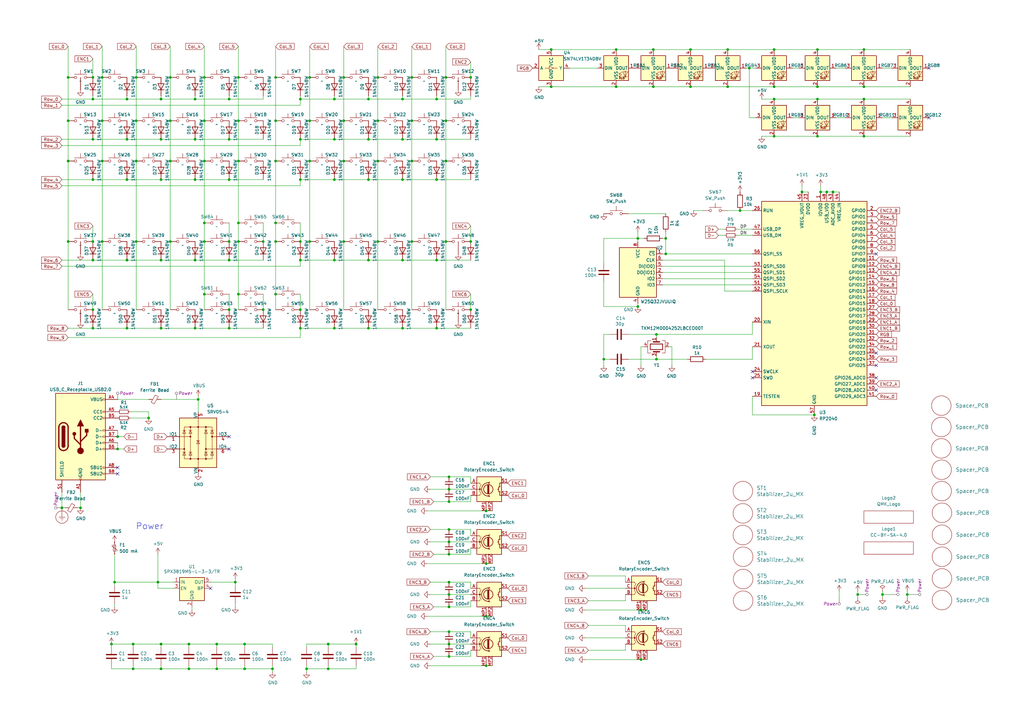
<source format=kicad_sch>
(kicad_sch (version 20230121) (generator eeschema)
  (paper "A3")
  (title_block (title "Chameleon") (date "2023-08-16") (rev "v1.00") (company "Tweety's Wild Thinking") (comment 1 "Markus Knutsson <markus.knutsson@tweety.se>") (comment 2 "https://github.com/TweetyDaBird") (comment 3 "Licensed under Creative Commons BY-SA 4.0 International "))
  (junction (at 140.97 66.04))
  (junction (at 52.07 57.15))
  (junction (at 123.19 99.06))
  (junction (at 41.91 66.04))
  (junction (at 96.52 238.76))
  (junction (at 80.01 57.15))
  (junction (at 123.19 57.15))
  (junction (at 83.82 91.44))
  (junction (at 123.19 127))
  (junction (at 262.89 270.51))
  (junction (at 140.97 49.53))
  (junction (at 273.05 104.14))
  (junction (at 137.16 134.62))
  (junction (at 52.07 134.62))
  (junction (at 100.33 264.16))
  (junction (at 97.79 120.65))
  (junction (at 168.91 99.06))
  (junction (at 45.72 264.16))
  (junction (at 80.01 73.66))
  (junction (at 165.1 73.66))
  (junction (at 41.91 49.53))
  (junction (at 193.04 127))
  (junction (at 55.88 49.53))
  (junction (at 93.98 106.68))
  (junction (at 25.4 208.28))
  (junction (at 38.1 57.15))
  (junction (at 107.95 127))
  (junction (at 283.21 20.32))
  (junction (at 88.9 274.32))
  (junction (at 267.97 20.32))
  (junction (at 66.04 264.16))
  (junction (at 184.15 238.76))
  (junction (at 154.94 49.53))
  (junction (at 93.98 40.64))
  (junction (at 137.16 73.66))
  (junction (at 113.03 120.65))
  (junction (at 27.94 49.53))
  (junction (at 341.63 78.74))
  (junction (at 66.04 134.62))
  (junction (at 93.98 134.62))
  (junction (at 269.24 147.32))
  (junction (at 52.07 73.66))
  (junction (at 38.1 106.68))
  (junction (at 182.88 31.75))
  (junction (at 83.82 49.53))
  (junction (at 46.99 238.76))
  (junction (at 66.04 73.66))
  (junction (at 179.07 106.68))
  (junction (at 307.34 27.94))
  (junction (at 252.73 20.32))
  (junction (at 127 99.06))
  (junction (at 168.91 66.04))
  (junction (at 38.1 73.66))
  (junction (at 113.03 31.75))
  (junction (at 54.61 274.32))
  (junction (at 354.33 20.32))
  (junction (at 83.82 99.06))
  (junction (at 184.15 195.58))
  (junction (at 182.88 66.04))
  (junction (at 38.1 134.62))
  (junction (at 335.28 35.56))
  (junction (at 199.39 209.55))
  (junction (at 83.82 120.65))
  (junction (at 93.98 99.06))
  (junction (at 48.26 184.15))
  (junction (at 184.15 205.74))
  (junction (at 80.01 106.68))
  (junction (at 140.97 99.06))
  (junction (at 127 49.53))
  (junction (at 247.65 147.32))
  (junction (at 303.53 86.36))
  (junction (at 134.62 264.16))
  (junction (at 69.85 99.06))
  (junction (at 283.21 35.56))
  (junction (at 88.9 264.16))
  (junction (at 123.19 40.64))
  (junction (at 123.19 134.62))
  (junction (at 93.98 127))
  (junction (at 168.91 31.75))
  (junction (at 54.61 264.16))
  (junction (at 38.1 31.75))
  (junction (at 193.04 99.06))
  (junction (at 113.03 99.06))
  (junction (at 97.79 49.53))
  (junction (at 179.07 40.64))
  (junction (at 354.33 55.88))
  (junction (at 179.07 73.66))
  (junction (at 97.79 66.04))
  (junction (at 184.15 222.25))
  (junction (at 336.55 78.74))
  (junction (at 273.05 97.79))
  (junction (at 184.15 248.92))
  (junction (at 146.05 264.16))
  (junction (at 66.04 106.68))
  (junction (at 179.07 134.62))
  (junction (at 55.88 31.75))
  (junction (at 184.15 227.33))
  (junction (at 184.15 259.08))
  (junction (at 361.95 243.84))
  (junction (at 66.04 57.15))
  (junction (at 267.97 35.56))
  (junction (at 339.09 78.74))
  (junction (at 38.1 127))
  (junction (at 269.24 137.16))
  (junction (at 317.5 55.88))
  (junction (at 184.15 217.17))
  (junction (at 69.85 31.75))
  (junction (at 33.02 208.28))
  (junction (at 317.5 40.64))
  (junction (at 351.79 243.84))
  (junction (at 165.1 40.64))
  (junction (at 41.91 31.75))
  (junction (at 48.26 179.07))
  (junction (at 317.5 35.56))
  (junction (at 334.01 170.18))
  (junction (at 335.28 20.32))
  (junction (at 151.13 106.68))
  (junction (at 328.93 78.74))
  (junction (at 111.76 274.32))
  (junction (at 113.03 66.04))
  (junction (at 123.19 106.68))
  (junction (at 60.96 171.45))
  (junction (at 199.39 273.05))
  (junction (at 252.73 35.56))
  (junction (at 184.15 264.16))
  (junction (at 193.04 31.75))
  (junction (at 151.13 134.62))
  (junction (at 93.98 57.15))
  (junction (at 154.94 66.04))
  (junction (at 226.06 20.32))
  (junction (at 372.11 243.84))
  (junction (at 64.77 238.76))
  (junction (at 137.16 106.68))
  (junction (at 52.07 106.68))
  (junction (at 107.95 99.06))
  (junction (at 354.33 35.56))
  (junction (at 69.85 49.53))
  (junction (at 97.79 91.44))
  (junction (at 113.03 91.44))
  (junction (at 27.94 31.75))
  (junction (at 27.94 99.06))
  (junction (at 83.82 66.04))
  (junction (at 199.39 252.73))
  (junction (at 93.98 73.66))
  (junction (at 38.1 40.64))
  (junction (at 27.94 66.04))
  (junction (at 335.28 40.64))
  (junction (at 226.06 35.56))
  (junction (at 261.62 125.73))
  (junction (at 69.85 66.04))
  (junction (at 354.33 40.64))
  (junction (at 77.47 274.32))
  (junction (at 66.04 40.64))
  (junction (at 97.79 99.06))
  (junction (at 66.04 274.32))
  (junction (at 55.88 66.04))
  (junction (at 154.94 31.75))
  (junction (at 123.19 73.66))
  (junction (at 151.13 73.66))
  (junction (at 140.97 31.75))
  (junction (at 154.94 99.06))
  (junction (at 38.1 99.06))
  (junction (at 113.03 49.53))
  (junction (at 184.15 200.66))
  (junction (at 77.47 264.16))
  (junction (at 97.79 31.75))
  (junction (at 298.45 35.56))
  (junction (at 184.15 243.84))
  (junction (at 184.15 269.24))
  (junction (at 168.91 49.53))
  (junction (at 179.07 57.15))
  (junction (at 127 31.75))
  (junction (at 83.82 31.75))
  (junction (at 81.28 163.83))
  (junction (at 134.62 274.32))
  (junction (at 182.88 99.06))
  (junction (at 80.01 134.62))
  (junction (at 182.88 49.53))
  (junction (at 261.62 97.79))
  (junction (at 151.13 57.15))
  (junction (at 137.16 57.15))
  (junction (at 165.1 134.62))
  (junction (at 335.28 55.88))
  (junction (at 199.39 231.14))
  (junction (at 137.16 40.64))
  (junction (at 151.13 40.64))
  (junction (at 80.01 40.64))
  (junction (at 262.89 250.19))
  (junction (at 52.07 40.64))
  (junction (at 317.5 20.32))
  (junction (at 125.73 274.32))
  (junction (at 298.45 20.32))
  (junction (at 41.91 99.06))
  (junction (at 165.1 106.68))
  (junction (at 55.88 99.06))
  (junction (at 165.1 57.15))
  (junction (at 127 66.04))
  (junction (at 100.33 274.32))
  (no_connect (at 308.61 152.4))
  (no_connect (at 359.41 160.02))
  (no_connect (at 93.98 184.15))
  (no_connect (at 381 48.26))
  (no_connect (at 359.41 149.86))
  (no_connect (at 359.41 144.78))
  (no_connect (at 48.26 194.31))
  (no_connect (at 93.98 179.07))
  (no_connect (at 381 27.94))
  (no_connect (at 359.41 104.14))
  (no_connect (at 359.41 154.94))
  (no_connect (at 308.61 154.94))
  (no_connect (at 48.26 191.77))
  (no_connect (at 86.36 241.3))
  (wire (pts (xy 140.97 19.05) (xy 140.97 31.75)))
  (wire (pts (xy 199.39 273.05) (xy 201.93 273.05)))
  (wire (pts (xy 176.53 264.16) (xy 184.15 264.16)))
  (wire (pts (xy 83.82 19.05) (xy 83.82 31.75)))
  (wire (pts (xy 177.8 248.92) (xy 184.15 248.92)))
  (wire (pts (xy 372.11 245.11) (xy 372.11 243.84)))
  (wire (pts (xy 344.17 78.74) (xy 341.63 78.74)))
  (wire (pts (xy 80.01 106.68) (xy 93.98 106.68)))
  (wire (pts (xy 303.53 86.36) (xy 308.61 86.36)))
  (wire (pts (xy 96.52 237.49) (xy 96.52 238.76)))
  (wire (pts (xy 123.19 39.37) (xy 123.19 40.64)))
  (wire (pts (xy 54.61 273.05) (xy 54.61 274.32)))
  (wire (pts (xy 140.97 99.06) (xy 140.97 127)))
  (wire (pts (xy 247.65 137.16) (xy 247.65 147.32)))
  (wire (pts (xy 302.26 96.52) (xy 308.61 96.52)))
  (wire (pts (xy 25.4 57.15) (xy 38.1 57.15)))
  (wire (pts (xy 123.19 91.44) (xy 123.19 99.06)))
  (wire (pts (xy 55.88 99.06) (xy 55.88 66.04)))
  (wire (pts (xy 93.98 120.65) (xy 93.98 127)))
  (wire (pts (xy 165.1 73.66) (xy 179.07 73.66)))
  (wire (pts (xy 184.15 269.24) (xy 193.04 269.24)))
  (wire (pts (xy 80.01 134.62) (xy 93.98 134.62)))
  (wire (pts (xy 267.97 20.32) (xy 283.21 20.32)))
  (wire (pts (xy 193.04 92.71) (xy 193.04 99.06)))
  (wire (pts (xy 317.5 20.32) (xy 335.28 20.32)))
  (wire (pts (xy 25.4 73.66) (xy 38.1 73.66)))
  (wire (pts (xy 342.9 48.26) (xy 346.71 48.26)))
  (wire (pts (xy 273.05 104.14) (xy 271.78 104.14)))
  (wire (pts (xy 220.98 35.56) (xy 226.06 35.56)))
  (wire (pts (xy 125.73 274.32) (xy 125.73 275.59)))
  (wire (pts (xy 66.04 265.43) (xy 66.04 264.16)))
  (wire (pts (xy 334.01 170.18) (xy 308.61 170.18)))
  (wire (pts (xy 134.62 273.05) (xy 134.62 274.32)))
  (wire (pts (xy 154.94 19.05) (xy 154.94 31.75)))
  (wire (pts (xy 335.28 40.64) (xy 354.33 40.64)))
  (wire (pts (xy 193.04 195.58) (xy 193.04 198.12)))
  (wire (pts (xy 86.36 238.76) (xy 96.52 238.76)))
  (wire (pts (xy 257.81 137.16) (xy 269.24 137.16)))
  (wire (pts (xy 250.19 147.32) (xy 247.65 147.32)))
  (wire (pts (xy 140.97 49.53) (xy 140.97 31.75)))
  (wire (pts (xy 184.15 248.92) (xy 193.04 248.92)))
  (wire (pts (xy 233.68 27.94) (xy 245.11 27.94)))
  (wire (pts (xy 125.73 264.16) (xy 134.62 264.16)))
  (wire (pts (xy 83.82 49.53) (xy 83.82 31.75)))
  (wire (pts (xy 252.73 20.32) (xy 267.97 20.32)))
  (wire (pts (xy 274.32 142.24) (xy 275.59 142.24)))
  (wire (pts (xy 97.79 99.06) (xy 97.79 120.65)))
  (wire (pts (xy 184.15 217.17) (xy 193.04 217.17)))
  (wire (pts (xy 176.53 259.08) (xy 184.15 259.08)))
  (wire (pts (xy 325.12 48.26) (xy 327.66 48.26)))
  (wire (pts (xy 54.61 264.16) (xy 66.04 264.16)))
  (wire (pts (xy 38.1 24.13) (xy 38.1 31.75)))
  (wire (pts (xy 307.34 48.26) (xy 309.88 48.26)))
  (wire (pts (xy 372.11 243.84) (xy 372.11 242.57)))
  (wire (pts (xy 179.07 39.37) (xy 179.07 40.64)))
  (wire (pts (xy 298.45 20.32) (xy 317.5 20.32)))
  (wire (pts (xy 325.12 27.94) (xy 327.66 27.94)))
  (wire (pts (xy 273.05 95.25) (xy 273.05 97.79)))
  (wire (pts (xy 123.19 134.62) (xy 137.16 134.62)))
  (wire (pts (xy 88.9 274.32) (xy 77.47 274.32)))
  (wire (pts (xy 354.33 55.88) (xy 373.38 55.88)))
  (wire (pts (xy 168.91 19.05) (xy 168.91 31.75)))
  (wire (pts (xy 151.13 73.66) (xy 165.1 73.66)))
  (wire (pts (xy 25.4 208.28) (xy 25.4 201.93)))
  (wire (pts (xy 294.64 96.52) (xy 297.18 96.52)))
  (wire (pts (xy 66.04 163.83) (xy 81.28 163.83)))
  (wire (pts (xy 288.29 86.36) (xy 284.48 86.36)))
  (wire (pts (xy 307.34 48.26) (xy 307.34 27.94)))
  (wire (pts (xy 97.79 19.05) (xy 97.79 31.75)))
  (wire (pts (xy 176.53 273.05) (xy 199.39 273.05)))
  (wire (pts (xy 341.63 78.74) (xy 339.09 78.74)))
  (wire (pts (xy 154.94 66.04) (xy 154.94 49.53)))
  (wire (pts (xy 182.88 99.06) (xy 182.88 127)))
  (wire (pts (xy 240.03 270.51) (xy 262.89 270.51)))
  (wire (pts (xy 298.45 35.56) (xy 317.5 35.56)))
  (wire (pts (xy 69.85 66.04) (xy 69.85 49.53)))
  (wire (pts (xy 271.78 111.76) (xy 308.61 111.76)))
  (wire (pts (xy 177.8 269.24) (xy 184.15 269.24)))
  (wire (pts (xy 151.13 134.62) (xy 165.1 134.62)))
  (wire (pts (xy 52.07 57.15) (xy 66.04 57.15)))
  (wire (pts (xy 307.34 27.94) (xy 309.88 27.94)))
  (wire (pts (xy 45.72 274.32) (xy 54.61 274.32)))
  (wire (pts (xy 262.89 250.19) (xy 265.43 250.19)))
  (wire (pts (xy 100.33 264.16) (xy 111.76 264.16)))
  (wire (pts (xy 289.56 147.32) (xy 308.61 147.32)))
  (wire (pts (xy 93.98 57.15) (xy 107.95 57.15)))
  (wire (pts (xy 55.88 19.05) (xy 55.88 31.75)))
  (wire (pts (xy 339.09 78.74) (xy 336.55 78.74)))
  (wire (pts (xy 240.03 241.3) (xy 256.54 241.3)))
  (wire (pts (xy 361.95 48.26) (xy 365.76 48.26)))
  (wire (pts (xy 123.19 59.69) (xy 123.19 57.15)))
  (wire (pts (xy 241.3 236.22) (xy 256.54 236.22)))
  (wire (pts (xy 97.79 120.65) (xy 97.79 127)))
  (wire (pts (xy 93.98 73.66) (xy 107.95 73.66)))
  (wire (pts (xy 257.81 87.63) (xy 273.05 87.63)))
  (wire (pts (xy 71.12 241.3) (xy 64.77 241.3)))
  (wire (pts (xy 193.04 205.74) (xy 193.04 203.2)))
  (wire (pts (xy 184.15 243.84) (xy 193.04 243.84)))
  (wire (pts (xy 176.53 222.25) (xy 184.15 222.25)))
  (wire (pts (xy 123.19 76.2) (xy 123.19 73.66)))
  (wire (pts (xy 182.88 66.04) (xy 182.88 49.53)))
  (wire (pts (xy 317.5 40.64) (xy 335.28 40.64)))
  (wire (pts (xy 52.07 134.62) (xy 66.04 134.62)))
  (wire (pts (xy 25.4 76.2) (xy 123.19 76.2)))
  (wire (pts (xy 168.91 99.06) (xy 168.91 127)))
  (wire (pts (xy 261.62 124.46) (xy 261.62 125.73)))
  (wire (pts (xy 273.05 104.14) (xy 308.61 104.14)))
  (wire (pts (xy 176.53 243.84) (xy 184.15 243.84)))
  (wire (pts (xy 351.79 242.57) (xy 351.79 243.84)))
  (wire (pts (xy 107.95 39.37) (xy 107.95 40.64)))
  (wire (pts (xy 54.61 265.43) (xy 54.61 264.16)))
  (wire (pts (xy 113.03 91.44) (xy 113.03 66.04)))
  (wire (pts (xy 361.95 243.84) (xy 365.76 243.84)))
  (wire (pts (xy 302.26 93.98) (xy 308.61 93.98)))
  (wire (pts (xy 176.53 200.66) (xy 184.15 200.66)))
  (wire (pts (xy 113.03 99.06) (xy 113.03 120.65)))
  (wire (pts (xy 66.04 273.05) (xy 66.04 274.32)))
  (wire (pts (xy 240.03 250.19) (xy 262.89 250.19)))
  (wire (pts (xy 88.9 264.16) (xy 100.33 264.16)))
  (wire (pts (xy 184.15 195.58) (xy 193.04 195.58)))
  (wire (pts (xy 80.01 40.64) (xy 93.98 40.64)))
  (wire (pts (xy 123.19 73.66) (xy 137.16 73.66)))
  (wire (pts (xy 151.13 57.15) (xy 165.1 57.15)))
  (wire (pts (xy 77.47 265.43) (xy 77.47 264.16)))
  (wire (pts (xy 64.77 227.33) (xy 64.77 238.76)))
  (wire (pts (xy 342.9 27.94) (xy 346.71 27.94)))
  (wire (pts (xy 52.07 106.68) (xy 66.04 106.68)))
  (wire (pts (xy 256.54 256.54) (xy 256.54 259.08)))
  (wire (pts (xy 66.04 106.68) (xy 80.01 106.68)))
  (wire (pts (xy 151.13 106.68) (xy 165.1 106.68)))
  (wire (pts (xy 123.19 109.22) (xy 123.19 106.68)))
  (wire (pts (xy 80.01 73.66) (xy 93.98 73.66)))
  (wire (pts (xy 46.99 227.33) (xy 46.99 238.76)))
  (wire (pts (xy 53.34 171.45) (xy 60.96 171.45)))
  (wire (pts (xy 154.94 99.06) (xy 154.94 66.04)))
  (wire (pts (xy 52.07 40.64) (xy 38.1 40.64)))
  (wire (pts (xy 27.94 49.53) (xy 27.94 66.04)))
  (wire (pts (xy 38.1 92.71) (xy 38.1 99.06)))
  (wire (pts (xy 31.75 208.28) (xy 33.02 208.28)))
  (wire (pts (xy 123.19 57.15) (xy 137.16 57.15)))
  (wire (pts (xy 283.21 20.32) (xy 298.45 20.32)))
  (wire (pts (xy 125.73 274.32) (xy 134.62 274.32)))
  (wire (pts (xy 146.05 264.16) (xy 146.05 265.43)))
  (wire (pts (xy 60.96 163.83) (xy 48.26 163.83)))
  (wire (pts (xy 193.04 39.37) (xy 193.04 40.64)))
  (wire (pts (xy 261.62 95.25) (xy 261.62 97.79)))
  (wire (pts (xy 361.95 27.94) (xy 365.76 27.94)))
  (wire (pts (xy 113.03 66.04) (xy 113.03 49.53)))
  (wire (pts (xy 125.73 273.05) (xy 125.73 274.32)))
  (wire (pts (xy 77.47 274.32) (xy 66.04 274.32)))
  (wire (pts (xy 55.88 99.06) (xy 55.88 127)))
  (wire (pts (xy 273.05 97.79) (xy 273.05 104.14)))
  (wire (pts (xy 252.73 35.56) (xy 267.97 35.56)))
  (wire (pts (xy 262.89 142.24) (xy 262.89 149.86)))
  (wire (pts (xy 134.62 274.32) (xy 146.05 274.32)))
  (wire (pts (xy 177.8 227.33) (xy 184.15 227.33)))
  (wire (pts (xy 335.28 35.56) (xy 354.33 35.56)))
  (wire (pts (xy 175.26 252.73) (xy 199.39 252.73)))
  (wire (pts (xy 41.91 99.06) (xy 41.91 66.04)))
  (wire (pts (xy 297.18 106.68) (xy 297.18 119.38)))
  (wire (pts (xy 226.06 20.32) (xy 252.73 20.32)))
  (wire (pts (xy 184.15 205.74) (xy 193.04 205.74)))
  (wire (pts (xy 184.15 238.76) (xy 193.04 238.76)))
  (wire (pts (xy 137.16 39.37) (xy 137.16 40.64)))
  (wire (pts (xy 308.61 147.32) (xy 308.61 142.24)))
  (wire (pts (xy 41.91 49.53) (xy 41.91 31.75)))
  (wire (pts (xy 66.04 134.62) (xy 80.01 134.62)))
  (wire (pts (xy 354.33 20.32) (xy 373.38 20.32)))
  (wire (pts (xy 25.4 109.22) (xy 123.19 109.22)))
  (wire (pts (xy 97.79 49.53) (xy 97.79 31.75)))
  (wire (pts (xy 247.65 107.95) (xy 247.65 97.79)))
  (wire (pts (xy 45.72 273.05) (xy 45.72 274.32)))
  (wire (pts (xy 25.4 40.64) (xy 38.1 40.64)))
  (wire (pts (xy 226.06 35.56) (xy 252.73 35.56)))
  (wire (pts (xy 93.98 40.64) (xy 107.95 40.64)))
  (wire (pts (xy 41.91 19.05) (xy 41.91 31.75)))
  (wire (pts (xy 66.04 40.64) (xy 52.07 40.64)))
  (wire (pts (xy 267.97 35.56) (xy 283.21 35.56)))
  (wire (pts (xy 45.72 264.16) (xy 45.72 265.43)))
  (wire (pts (xy 80.01 57.15) (xy 93.98 57.15)))
  (wire (pts (xy 179.07 40.64) (xy 193.04 40.64)))
  (wire (pts (xy 69.85 19.05) (xy 69.85 31.75)))
  (wire (pts (xy 335.28 55.88) (xy 354.33 55.88)))
  (wire (pts (xy 165.1 40.64) (xy 179.07 40.64)))
  (wire (pts (xy 256.54 266.7) (xy 256.54 264.16)))
  (wire (pts (xy 100.33 274.32) (xy 88.9 274.32)))
  (wire (pts (xy 241.3 266.7) (xy 256.54 266.7)))
  (wire (pts (xy 312.42 40.64) (xy 317.5 40.64)))
  (wire (pts (xy 83.82 127) (xy 83.82 120.65)))
  (wire (pts (xy 240.03 261.62) (xy 256.54 261.62)))
  (wire (pts (xy 46.99 247.65) (xy 46.99 248.92)))
  (wire (pts (xy 93.98 106.68) (xy 107.95 106.68)))
  (wire (pts (xy 354.33 35.56) (xy 373.38 35.56)))
  (wire (pts (xy 25.4 59.69) (xy 123.19 59.69)))
  (wire (pts (xy 351.79 243.84) (xy 351.79 245.11)))
  (wire (pts (xy 123.19 106.68) (xy 137.16 106.68)))
  (wire (pts (xy 134.62 264.16) (xy 146.05 264.16)))
  (wire (pts (xy 165.1 134.62) (xy 179.07 134.62)))
  (wire (pts (xy 27.94 99.06) (xy 27.94 127)))
  (wire (pts (xy 69.85 49.53) (xy 69.85 31.75)))
  (wire (pts (xy 97.79 99.06) (xy 97.79 91.44)))
  (wire (pts (xy 38.1 120.65) (xy 38.1 127)))
  (wire (pts (xy 184.15 259.08) (xy 193.04 259.08)))
  (wire (pts (xy 64.77 241.3) (xy 64.77 238.76)))
  (wire (pts (xy 179.07 106.68) (xy 193.04 106.68)))
  (wire (pts (xy 165.1 106.68) (xy 179.07 106.68)))
  (wire (pts (xy 27.94 19.05) (xy 27.94 31.75)))
  (wire (pts (xy 69.85 99.06) (xy 69.85 127)))
  (wire (pts (xy 271.78 109.22) (xy 308.61 109.22)))
  (wire (pts (xy 64.77 238.76) (xy 71.12 238.76)))
  (wire (pts (xy 25.4 106.68) (xy 38.1 106.68)))
  (wire (pts (xy 127 49.53) (xy 127 31.75)))
  (wire (pts (xy 38.1 134.62) (xy 52.07 134.62)))
  (wire (pts (xy 336.55 76.2) (xy 336.55 78.74)))
  (wire (pts (xy 25.4 208.28) (xy 26.67 208.28)))
  (wire (pts (xy 241.3 246.38) (xy 256.54 246.38)))
  (wire (pts (xy 256.54 236.22) (xy 256.54 238.76)))
  (wire (pts (xy 247.65 125.73) (xy 261.62 125.73)))
  (wire (pts (xy 294.64 93.98) (xy 297.18 93.98)))
  (wire (pts (xy 317.5 55.88) (xy 335.28 55.88)))
  (wire (pts (xy 137.16 106.68) (xy 151.13 106.68)))
  (wire (pts (xy 83.82 91.44) (xy 83.82 66.04)))
  (wire (pts (xy 77.47 273.05) (xy 77.47 274.32)))
  (wire (pts (xy 83.82 99.06) (xy 83.82 91.44)))
  (wire (pts (xy 27.94 66.04) (xy 27.94 99.06)))
  (wire (pts (xy 351.79 243.84) (xy 353.06 243.84)))
  (wire (pts (xy 328.93 76.2) (xy 328.93 78.74)))
  (wire (pts (xy 25.4 43.18) (xy 123.19 43.18)))
  (wire (pts (xy 48.26 179.07) (xy 50.8 179.07)))
  (wire (pts (xy 38.1 73.66) (xy 52.07 73.66)))
  (wire (pts (xy 81.28 168.91) (xy 81.28 163.83)))
  (wire (pts (xy 48.26 181.61) (xy 48.26 184.15)))
  (wire (pts (xy 81.28 162.56) (xy 81.28 163.83)))
  (wire (pts (xy 328.93 78.74) (xy 331.47 78.74)))
  (wire (pts (xy 269.24 146.05) (xy 269.24 147.32)))
  (wire (pts (xy 93.98 134.62) (xy 107.95 134.62)))
  (wire (pts (xy 177.8 205.74) (xy 184.15 205.74)))
  (wire (pts (xy 182.88 19.05) (xy 182.88 31.75)))
  (wire (pts (xy 123.19 43.18) (xy 123.19 40.64)))
  (wire (pts (xy 80.01 39.37) (xy 80.01 40.64)))
  (wire (pts (xy 372.11 243.84) (xy 374.65 243.84)))
  (wire (pts (xy 312.42 55.88) (xy 317.5 55.88)))
  (wire (pts (xy 179.07 73.66) (xy 193.04 73.66)))
  (wire (pts (xy 168.91 66.04) (xy 168.91 49.53)))
  (wire (pts (xy 53.34 168.91) (xy 60.96 168.91)))
  (wire (pts (xy 146.05 274.32) (xy 146.05 273.05)))
  (wire (pts (xy 48.26 176.53) (xy 48.26 179.07)))
  (wire (pts (xy 77.47 264.16) (xy 88.9 264.16)))
  (wire (pts (xy 247.65 147.32) (xy 247.65 149.86)))
  (wire (pts (xy 93.98 91.44) (xy 93.98 99.06)))
  (wire (pts (xy 261.62 97.79) (xy 261.62 99.06)))
  (wire (pts (xy 107.95 91.44) (xy 107.95 99.06)))
  (wire (pts (xy 52.07 73.66) (xy 66.04 73.66)))
  (wire (pts (xy 137.16 57.15) (xy 151.13 57.15)))
  (wire (pts (xy 38.1 57.15) (xy 52.07 57.15)))
  (wire (pts (xy 83.82 99.06) (xy 83.82 120.65)))
  (wire (pts (xy 83.82 66.04) (xy 83.82 49.53)))
  (wire (pts (xy 151.13 39.37) (xy 151.13 40.64)))
  (wire (pts (xy 69.85 99.06) (xy 69.85 66.04)))
  (wire (pts (xy 247.65 97.79) (xy 261.62 97.79)))
  (wire (pts (xy 193.04 120.65) (xy 193.04 127)))
  (wire (pts (xy 361.95 243.84) (xy 361.95 245.11)))
  (wire (pts (xy 257.81 147.32) (xy 269.24 147.32)))
  (wire (pts (xy 41.91 66.04) (xy 41.91 49.53)))
  (wire (pts (xy 182.88 99.06) (xy 182.88 66.04)))
  (wire (pts (xy 41.91 99.06) (xy 41.91 127)))
  (wire (pts (xy 55.88 49.53) (xy 55.88 31.75)))
  (wire (pts (xy 151.13 40.64) (xy 165.1 40.64)))
  (wire (pts (xy 48.26 184.15) (xy 50.8 184.15)))
  (wire (pts (xy 111.76 265.43) (xy 111.76 264.16)))
  (wire (pts (xy 306.07 27.94) (xy 307.34 27.94)))
  (wire (pts (xy 140.97 99.06) (xy 140.97 66.04)))
  (wire (pts (xy 193.04 248.92) (xy 193.04 246.38)))
  (wire (pts (xy 220.98 20.32) (xy 226.06 20.32)))
  (wire (pts (xy 179.07 57.15) (xy 193.04 57.15)))
  (wire (pts (xy 176.53 217.17) (xy 184.15 217.17)))
  (wire (pts (xy 193.04 25.4) (xy 193.04 31.75)))
  (wire (pts (xy 111.76 273.05) (xy 111.76 274.32)))
  (wire (pts (xy 271.78 116.84) (xy 308.61 116.84)))
  (wire (pts (xy 354.33 40.64) (xy 373.38 40.64)))
  (wire (pts (xy 88.9 273.05) (xy 88.9 274.32)))
  (wire (pts (xy 137.16 73.66) (xy 151.13 73.66)))
  (wire (pts (xy 317.5 35.56) (xy 335.28 35.56)))
  (wire (pts (xy 125.73 265.43) (xy 125.73 264.16)))
  (wire (pts (xy 165.1 57.15) (xy 179.07 57.15)))
  (wire (pts (xy 137.16 134.62) (xy 151.13 134.62)))
  (wire (pts (xy 182.88 49.53) (xy 182.88 31.75)))
  (wire (pts (xy 33.02 208.28) (xy 33.02 201.93)))
  (wire (pts (xy 247.65 125.73) (xy 247.65 115.57)))
  (wire (pts (xy 256.54 246.38) (xy 256.54 243.84)))
  (wire (pts (xy 66.04 274.32) (xy 54.61 274.32)))
  (wire (pts (xy 88.9 265.43) (xy 88.9 264.16)))
  (wire (pts (xy 262.89 270.51) (xy 265.43 270.51)))
  (wire (pts (xy 168.91 49.53) (xy 168.91 31.75)))
  (wire (pts (xy 271.78 114.3) (xy 308.61 114.3)))
  (wire (pts (xy 308.61 137.16) (xy 308.61 132.08)))
  (wire (pts (xy 100.33 274.32) (xy 111.76 274.32)))
  (wire (pts (xy 298.45 86.36) (xy 303.53 86.36)))
  (wire (pts (xy 275.59 142.24) (xy 275.59 149.86)))
  (wire (pts (xy 60.96 168.91) (xy 60.96 171.45)))
  (wire (pts (xy 66.04 73.66) (xy 80.01 73.66)))
  (wire (pts (xy 175.26 209.55) (xy 199.39 209.55)))
  (wire (pts (xy 137.16 40.64) (xy 151.13 40.64)))
  (wire (pts (xy 45.72 264.16) (xy 54.61 264.16)))
  (wire (pts (xy 308.61 170.18) (xy 308.61 162.56)))
  (wire (pts (xy 93.98 39.37) (xy 93.98 40.64)))
  (wire (pts (xy 175.26 231.14) (xy 199.39 231.14)))
  (wire (pts (xy 184.15 264.16) (xy 193.04 264.16)))
  (wire (pts (xy 361.95 242.57) (xy 361.95 243.84)))
  (wire (pts (xy 96.52 238.76) (xy 96.52 240.03)))
  (wire (pts (xy 66.04 57.15) (xy 80.01 57.15)))
  (wire (pts (xy 127 19.05) (xy 127 31.75)))
  (wire (pts (xy 297.18 119.38) (xy 308.61 119.38)))
  (wire (pts (xy 78.74 248.92) (xy 78.74 250.19)))
  (wire (pts (xy 27.94 134.62) (xy 38.1 134.62)))
  (wire (pts (xy 271.78 106.68) (xy 297.18 106.68)))
  (wire (pts (xy 193.04 238.76) (xy 193.04 241.3)))
  (wire (pts (xy 66.04 39.37) (xy 66.04 40.64)))
  (wire (pts (xy 127 66.04) (xy 127 49.53)))
  (wire (pts (xy 66.04 264.16) (xy 77.47 264.16)))
  (wire (pts (xy 66.04 40.64) (xy 80.01 40.64)))
  (wire (pts (xy 97.79 91.44) (xy 97.79 66.04)))
  (wire (pts (xy 154.94 99.06) (xy 154.94 127)))
  (wire (pts (xy 46.99 238.76) (xy 64.77 238.76)))
  (wire (pts (xy 96.52 247.65) (xy 96.52 248.92)))
  (wire (pts (xy 193.04 269.24) (xy 193.04 266.7)))
  (wire (pts (xy 184.15 227.33) (xy 193.04 227.33)))
  (wire (pts (xy 264.16 142.24) (xy 262.89 142.24)))
  (wire (pts (xy 335.28 20.32) (xy 354.33 20.32)))
  (wire (pts (xy 269.24 137.16) (xy 308.61 137.16)))
  (wire (pts (xy 134.62 265.43) (xy 134.62 264.16)))
  (wire (pts (xy 264.16 97.79) (xy 261.62 97.79)))
  (wire (pts (xy 123.19 120.65) (xy 123.19 127)))
  (wire (pts (xy 111.76 274.32) (xy 111.76 275.59)))
  (wire (pts (xy 184.15 200.66) (xy 193.04 200.66)))
  (wire (pts (xy 199.39 252.73) (xy 201.93 252.73)))
  (wire (pts (xy 100.33 273.05) (xy 100.33 274.32)))
  (wire (pts (xy 283.21 35.56) (xy 298.45 35.56)))
  (wire (pts (xy 241.3 256.54) (xy 256.54 256.54)))
  (wire (pts (xy 269.24 147.32) (xy 281.94 147.32)))
  (wire (pts (xy 55.88 66.04) (xy 55.88 49.53)))
  (wire (pts (xy 269.24 138.43) (xy 269.24 137.16)))
  (wire (pts (xy 250.19 137.16) (xy 247.65 137.16)))
  (wire (pts (xy 38.1 106.68) (xy 52.07 106.68)))
  (wire (pts (xy 113.03 49.53) (xy 113.03 31.75)))
  (wire (pts (xy 154.94 49.53) (xy 154.94 31.75)))
  (wire (pts (xy 168.91 99.06) (xy 168.91 66.04)))
  (wire (pts (xy 127 99.06) (xy 127 66.04)))
  (wire (pts (xy 184.15 222.25) (xy 193.04 222.25)))
  (wire (pts (xy 27.94 31.75) (xy 27.94 49.53)))
  (wire (pts (xy 199.39 209.55) (xy 201.93 209.55)))
  (wire (pts (xy 179.07 134.62) (xy 193.04 134.62)))
  (wire (pts (xy 140.97 66.04) (xy 140.97 49.53)))
  (wire (pts (xy 46.99 240.03) (xy 46.99 238.76)))
  (wire (pts (xy 113.03 99.06) (xy 113.03 91.44)))
  (wire (pts (xy 193.04 217.17) (xy 193.04 219.71)))
  (wire (pts (xy 193.04 227.33) (xy 193.04 224.79)))
  (wire (pts (xy 38.1 39.37) (xy 38.1 40.64)))
  (wire (pts (xy 123.19 40.64) (xy 137.16 40.64)))
  (wire (pts (xy 27.94 138.43) (xy 123.19 138.43)))
  (wire (pts (xy 52.07 39.37) (xy 52.07 40.64)))
  (wire (pts (xy 344.17 242.57) (xy 344.17 245.11)))
  (wire (pts (xy 107.95 120.65) (xy 107.95 127)))
  (wire (pts (xy 100.33 265.43) (xy 100.33 264.16)))
  (wire (pts (xy 176.53 238.76) (xy 184.15 238.76)))
  (wire (pts (xy 97.79 66.04) (xy 97.79 49.53)))
  (wire (pts (xy 193.04 259.08) (xy 193.04 261.62)))
  (wire (pts (xy 113.03 127) (xy 113.03 120.65)))
  (wire (pts (xy 165.1 39.37) (xy 165.1 40.64)))
  (wire (pts (xy 176.53 195.58) (xy 184.15 195.58)))
  (wire (pts (xy 123.19 138.43) (xy 123.19 134.62)))
  (wire (pts (xy 273.05 97.79) (xy 271.78 97.79)))
  (wire (pts (xy 199.39 231.14) (xy 201.93 231.14)))
  (wire (pts (xy 127 99.06) (xy 127 127)))
  (wire (pts (xy 113.03 19.05) (xy 113.03 31.75)))
  (text "Power" (at 55.6814 217.4738 0) (effects (font (size 2.54 2.54)) (justify left bottom)))
  (label "DP" (at 303.53 93.98 0))
  (label "DN" (at 303.53 96.52 0))
  (global_label "Col_3" (shape input) (at 140.97 19.05 0) (property "Intersheetrefs" "${INTERSHEET_REFS}" (effects hide)))
  (global_label "ENC3_A" (shape input) (at 177.8 248.92 180) (property "Intersheetrefs" "${INTERSHEET_REFS}" (effects hide)))
  (global_label "ENC4_B" (shape input) (at 241.3 256.54 180) (property "Intersheetrefs" "${INTERSHEET_REFS}" (effects hide)))
  (global_label "Row_0" (shape input) (at 25.4 40.64 180) (property "Intersheetrefs" "${INTERSHEET_REFS}" (effects hide)))
  (global_label "Col_2" (shape input) (at 55.88 19.05 180) (property "Intersheetrefs" "${INTERSHEET_REFS}" (effects hide)))
  (global_label "ENC4_B" (shape input) (at 359.41 109.22 0) (property "Intersheetrefs" "${INTERSHEET_REFS}" (effects hide)))
  (global_label "Row_0" (shape input) (at 359.41 162.56 0) (property "Intersheetrefs" "${INTERSHEET_REFS}" (effects hide)))
  (global_label "ENC4" (shape input) (at 193.04 92.71 180) (property "Intersheetrefs" "${INTERSHEET_REFS}" (effects hide)))
  (global_label "Col_0" (shape input) (at 27.94 19.05 180) (property "Intersheetrefs" "${INTERSHEET_REFS}" (effects hide)))
  (global_label "ENC3_B" (shape input) (at 241.3 236.22 180) (property "Intersheetrefs" "${INTERSHEET_REFS}" (effects hide)))
  (global_label "ENC3_B" (shape input) (at 359.41 127 0) (property "Intersheetrefs" "${INTERSHEET_REFS}" (effects hide)))
  (global_label "Col_2" (shape input) (at 154.94 19.05 0) (property "Intersheetrefs" "${INTERSHEET_REFS}" (effects hide)))
  (global_label "Col_0" (shape input) (at 182.88 19.05 0) (property "Intersheetrefs" "${INTERSHEET_REFS}" (effects hide)))
  (global_label "D+" (shape input) (at 294.64 93.98 180) (property "Intersheetrefs" "${INTERSHEET_REFS}" (effects hide)))
  (global_label "Row_8" (shape input) (at 27.94 134.62 180) (property "Intersheetrefs" "${INTERSHEET_REFS}" (effects hide)))
  (global_label "Col_0" (shape input) (at 208.28 241.3 0) (property "Intersheetrefs" "${INTERSHEET_REFS}" (effects hide)))
  (global_label "D-" (shape input) (at 50.8 179.07 0) (property "Intersheetrefs" "${INTERSHEET_REFS}" (effects hide)))
  (global_label "Row_4" (shape input) (at 25.4 73.66 180) (property "Intersheetrefs" "${INTERSHEET_REFS}" (effects hide)))
  (global_label "Row_9" (shape input) (at 27.94 138.43 180) (property "Intersheetrefs" "${INTERSHEET_REFS}" (effects hide)))
  (global_label "Col_5" (shape input) (at 113.03 19.05 0) (property "Intersheetrefs" "${INTERSHEET_REFS}" (effects hide)))
  (global_label "ENC2_A" (shape input) (at 359.41 157.48 0) (property "Intersheetrefs" "${INTERSHEET_REFS}" (effects hide)))
  (global_label "Row_1" (shape input) (at 359.41 142.24 0) (property "Intersheetrefs" "${INTERSHEET_REFS}" (effects hide)))
  (global_label "ENC3_B" (shape input) (at 176.53 238.76 180) (property "Intersheetrefs" "${INTERSHEET_REFS}" (effects hide)))
  (global_label "ENC1_B" (shape input) (at 359.41 134.62 0) (property "Intersheetrefs" "${INTERSHEET_REFS}" (effects hide)))
  (global_label "ENC5" (shape input) (at 38.1 120.65 180) (property "Intersheetrefs" "${INTERSHEET_REFS}" (effects hide)))
  (global_label "ENC3" (shape input) (at 38.1 92.71 180) (property "Intersheetrefs" "${INTERSHEET_REFS}" (effects hide)))
  (global_label "ENC1_A" (shape input) (at 359.41 132.08 0) (property "Intersheetrefs" "${INTERSHEET_REFS}" (effects hide)))
  (global_label "D+" (shape input) (at 68.58 179.07 180) (property "Intersheetrefs" "${INTERSHEET_REFS}" (effects hide)))
  (global_label "Row_6" (shape input) (at 25.4 106.68 180) (property "Intersheetrefs" "${INTERSHEET_REFS}" (effects hide)))
  (global_label "RGB" (shape input) (at 218.44 27.94 180) (property "Intersheetrefs" "${INTERSHEET_REFS}" (effects hide)))
  (global_label "Row_7" (shape input) (at 25.4 109.22 180) (property "Intersheetrefs" "${INTERSHEET_REFS}" (effects hide)))
  (global_label "ENC2" (shape input) (at 208.28 219.71 0) (property "Intersheetrefs" "${INTERSHEET_REFS}" (effects hide)))
  (global_label "Col_0" (shape input) (at 208.28 261.62 0) (property "Intersheetrefs" "${INTERSHEET_REFS}" (effects hide)))
  (global_label "ENC1" (shape input) (at 208.28 198.12 0) (property "Intersheetrefs" "${INTERSHEET_REFS}" (effects hide)))
  (global_label "D+" (shape input) (at 50.8 184.15 0) (property "Intersheetrefs" "${INTERSHEET_REFS}" (effects hide)))
  (global_label "Col_4" (shape input) (at 83.82 19.05 180) (property "Intersheetrefs" "${INTERSHEET_REFS}" (effects hide)))
  (global_label "D-" (shape input) (at 294.64 96.52 180) (property "Intersheetrefs" "${INTERSHEET_REFS}" (effects hide)))
  (global_label "Col_3" (shape input) (at 69.85 19.05 180) (property "Intersheetrefs" "${INTERSHEET_REFS}" (effects hide)))
  (global_label "Row_2" (shape input) (at 25.4 57.15 180) (property "Intersheetrefs" "${INTERSHEET_REFS}" (effects hide)))
  (global_label "ENC4_B" (shape input) (at 176.53 259.08 180) (property "Intersheetrefs" "${INTERSHEET_REFS}" (effects hide)))
  (global_label "Row_5" (shape input) (at 25.4 76.2 180) (property "Intersheetrefs" "${INTERSHEET_REFS}" (effects hide)))
  (global_label "ENC1" (shape input) (at 38.1 24.13 180) (property "Intersheetrefs" "${INTERSHEET_REFS}" (effects hide)))
  (global_label "D-" (shape input) (at 68.58 184.15 180) (property "Intersheetrefs" "${INTERSHEET_REFS}" (effects hide)))
  (global_label "ENC2_B" (shape input) (at 177.8 227.33 180) (property "Intersheetrefs" "${INTERSHEET_REFS}" (effects hide)))
  (global_label "ENC4_A" (shape input) (at 359.41 111.76 0) (property "Intersheetrefs" "${INTERSHEET_REFS}" (effects hide)))
  (global_label "Row_2" (shape input) (at 359.41 139.7 0) (property "Intersheetrefs" "${INTERSHEET_REFS}" (effects hide)))
  (global_label "Row_8" (shape input) (at 359.41 116.84 0) (property "Intersheetrefs" "${INTERSHEET_REFS}" (effects hide)))
  (global_label "Col_0" (shape input) (at 271.78 238.76 0) (property "Intersheetrefs" "${INTERSHEET_REFS}" (effects hide)))
  (global_label "Row_6" (shape input) (at 359.41 114.3 0) (property "Intersheetrefs" "${INTERSHEET_REFS}" (effects hide)))
  (global_label "Col_4" (shape input) (at 127 19.05 0) (property "Intersheetrefs" "${INTERSHEET_REFS}" (effects hide)))
  (global_label "Row_7" (shape input) (at 359.41 91.44 0) (property "Intersheetrefs" "${INTERSHEET_REFS}" (effects hide)))
  (global_label "Col_0" (shape input) (at 208.28 203.2 0) (property "Intersheetrefs" "${INTERSHEET_REFS}" (effects hide)))
  (global_label "ENC6" (shape input) (at 271.78 264.16 0) (property "Intersheetrefs" "${INTERSHEET_REFS}" (effects hide)))
  (global_label "ENC2_A" (shape input) (at 176.53 217.17 180) (property "Intersheetrefs" "${INTERSHEET_REFS}" (effects hide)))
  (global_label "ENC2" (shape input) (at 193.04 25.4 180) (property "Intersheetrefs" "${INTERSHEET_REFS}" (effects hide)))
  (global_label "ENC3_A" (shape input) (at 359.41 129.54 0) (property "Intersheetrefs" "${INTERSHEET_REFS}" (effects hide)))
  (global_label "Col_0" (shape input) (at 359.41 124.46 0) (property "Intersheetrefs" "${INTERSHEET_REFS}" (effects hide)))
  (global_label "Col_0" (shape input) (at 208.28 224.79 0) (property "Intersheetrefs" "${INTERSHEET_REFS}" (effects hide)))
  (global_label "Col_4" (shape input) (at 359.41 96.52 0) (property "Intersheetrefs" "${INTERSHEET_REFS}" (effects hide)))
  (global_label "Row_3" (shape input) (at 359.41 147.32 0) (property "Intersheetrefs" "${INTERSHEET_REFS}" (effects hide)))
  (global_label "Col_5" (shape input) (at 359.41 93.98 0) (property "Intersheetrefs" "${INTERSHEET_REFS}" (effects hide)))
  (global_label "Row_4" (shape input) (at 359.41 119.38 0) (property "Intersheetrefs" "${INTERSHEET_REFS}" (effects hide)))
  (global_label "ENC2_B" (shape input) (at 359.41 86.36 0) (property "Intersheetrefs" "${INTERSHEET_REFS}" (effects hide)))
  (global_label "ENC3" (shape input) (at 208.28 246.38 0) (property "Intersheetrefs" "${INTERSHEET_REFS}" (effects hide)))
  (global_label "ENC4_A" (shape input) (at 241.3 266.7 180) (property "Intersheetrefs" "${INTERSHEET_REFS}" (effects hide)))
  (global_label "Row_5" (shape input) (at 359.41 88.9 0) (property "Intersheetrefs" "${INTERSHEET_REFS}" (effects hide)))
  (global_label "ENC5" (shape input) (at 271.78 243.84 0) (property "Intersheetrefs" "${INTERSHEET_REFS}" (effects hide)))
  (global_label "ENC1_A" (shape input) (at 176.53 195.58 180) (property "Intersheetrefs" "${INTERSHEET_REFS}" (effects hide)))
  (global_label "Row_9" (shape input) (at 359.41 106.68 0) (property "Intersheetrefs" "${INTERSHEET_REFS}" (effects hide)))
  (global_label "ENC3_A" (shape input) (at 241.3 246.38 180) (property "Intersheetrefs" "${INTERSHEET_REFS}" (effects hide)))
  (global_label "ENC4_A" (shape input) (at 177.8 269.24 180) (property "Intersheetrefs" "${INTERSHEET_REFS}" (effects hide)))
  (global_label "Col_5" (shape input) (at 97.79 19.05 180) (property "Intersheetrefs" "${INTERSHEET_REFS}" (effects hide)))
  (global_label "RGB" (shape input) (at 359.41 137.16 0) (property "Intersheetrefs" "${INTERSHEET_REFS}" (effects hide)))
  (global_label "Col_1" (shape input) (at 41.91 19.05 180) (property "Intersheetrefs" "${INTERSHEET_REFS}" (effects hide)))
  (global_label "Col_2" (shape input) (at 359.41 101.6 0) (property "Intersheetrefs" "${INTERSHEET_REFS}" (effects hide)))
  (global_label "Col_1" (shape input) (at 359.41 121.92 0) (property "Intersheetrefs" "${INTERSHEET_REFS}" (effects hide)))
  (global_label "Row_3" (shape input) (at 25.4 59.69 180) (property "Intersheetrefs" "${INTERSHEET_REFS}" (effects hide)))
  (global_label "Col_3" (shape input) (at 359.41 99.06 0) (property "Intersheetrefs" "${INTERSHEET_REFS}" (effects hide)))
  (global_label "Col_0" (shape input) (at 271.78 259.08 0) (property "Intersheetrefs" "${INTERSHEET_REFS}" (effects hide)))
  (global_label "Row_1" (shape input) (at 25.4 43.18 180) (property "Intersheetrefs" "${INTERSHEET_REFS}" (effects hide)))
  (global_label "ENC4" (shape input) (at 208.28 266.7 0) (property "Intersheetrefs" "${INTERSHEET_REFS}" (effects hide)))
  (global_label "Col_1" (shape input) (at 168.91 19.05 0) (property "Intersheetrefs" "${INTERSHEET_REFS}" (effects hide)))
  (global_label "ENC1_B" (shape input) (at 177.8 205.74 180) (property "Intersheetrefs" "${INTERSHEET_REFS}" (effects hide)))
  (global_label "ENC6" (shape input) (at 193.04 120.65 180) (property "Intersheetrefs" "${INTERSHEET_REFS}" (effects hide)))
  (netclass_flag "" (length 2.54) (shape round) (at 72.39 163.83 0) (property "Netclass" "Power" (at 73.0885 161.29 0) (effects (font italic) (justify left))))
  (netclass_flag "" (length 2.54) (shape round) (at 344.17 245.11 180) (property "Netclass" "Power" (at 343.4715 247.65 0) (effects (font italic) (justify right))))
  (netclass_flag "" (length 2.54) (shape round) (at 374.65 243.84 270) (property "Netclass" "Power" (at 377.19 243.1415 90) (effects (font italic) (justify left))))
  (netclass_flag "" (length 2.54) (shape round) (at 353.06 243.84 270) (property "Netclass" "Power" (at 355.6 243.1415 90) (effects (font italic) (justify left))))
  (netclass_flag "" (length 2.54) (shape round) (at 48.26 163.83 0) (property "Netclass" "Power" (at 48.9585 161.29 0) (effects (font italic) (justify left))))
  (netclass_flag "" (length 2.54) (shape round) (at 25.4 208.28 90) (property "Netclass" "Power" (at 22.86 207.5815 90) (effects (font italic) (justify left))))
  (netclass_flag "" (length 2.54) (shape round) (at 365.76 243.84 270) (property "Netclass" "Power" (at 368.3 243.1415 90) (effects (font italic) (justify left))))
  (symbol (lib_id "power:GND") (at 187.96 104.14 0) (unit 1)
    (property "Reference" "#PWR049" (effects hide))
    (property "Value" "GND" (at 187.96 109.22 0))
  )
  (symbol (lib_id "Device:C") (at 45.72 269.24 0) (unit 1)
    (property "Reference" "C1" (at 48.641 268.0716 0) (effects (justify left)))
    (property "Value" "1u" (at 48.641 270.383 0) (effects (justify left)))
    (property "Footprint" "Capacitor_SMD:C_0402_1005Metric" (effects hide))
  )
  (symbol (lib_id "Keyboard Common:SK6812MINI") (at 317.5 27.94 0) (unit 1)
    (property "Reference" "RGB5" (at 327.025 26.8321 0))
    (property "Value" "SK6812MINI-E" (effects hide))
    (property "Footprint" "Keyboard RGB:RGB_SK6812MINI-E" (effects hide))
    (property "Datasheet" "https://cdn-shop.adafruit.com/product-files/2686/SK6812MINI_REV.01-1-2.pdf" (effects hide))
  )
  (symbol (lib_id "Keyboard Switches:Stabilizer_2u_MX") (at 304.8 237.49 0) (unit 1)
    (property "Reference" "ST5" (at 310.388 236.22 0) (effects (font (size 1.524 1.524)) (justify left)))
    (property "Value" "Stabilizer_2u_MX" (at 310.388 238.76 0) (effects (font (size 1.524 1.524)) (justify left)))
    (property "Footprint" "Keyboard Stabilizer:Stabilizer_Cherry_MX_2.00u" (effects hide))
  )
  (symbol (lib_id "Diode:1N4148W") (at 165.1 35.56 90) (unit 1)
    (property "Reference" "D10" (at 162.56 35.56 0))
    (property "Value" "1N4148W" (at 167.64 35.56 0))
    (property "Footprint" "Diode_SMD:D_SOD-123" (effects hide))
    (property "Datasheet" "https://www.vishay.com/docs/85748/1n4148w.pdf" (effects hide))
    (property "Sim.Device" "D" (effects hide))
    (property "Sim.Pins" "1=K 2=A" (effects hide))
  )
  (symbol (lib_id "Diode:1N4148W") (at 165.1 69.85 90) (unit 1)
    (property "Reference" "D34" (at 162.56 69.85 0))
    (property "Value" "1N4148W" (at 167.64 69.85 0))
    (property "Footprint" "Diode_SMD:D_SOD-123" (effects hide))
    (property "Datasheet" "https://www.vishay.com/docs/85748/1n4148w.pdf" (effects hide))
    (property "Sim.Device" "D" (effects hide))
    (property "Sim.Pins" "1=K 2=A" (effects hide))
  )
  (symbol (lib_id "Switch:SW_Push") (at 88.9 66.04 0) (unit 1)
    (property "Reference" "SW29" (at 90.17 63.5 0) (effects (justify left)))
    (property "Value" "~" (at 88.9 67.564 0))
    (property "Footprint" "Keyboard Switches:SW_MX_HotSwap" (effects hide))
  )
  (symbol (lib_id "Diode:1N4148W") (at 66.04 102.87 90) (unit 1)
    (property "Reference" "D39" (at 63.5 102.87 0))
    (property "Value" "1N4148W" (at 68.58 102.87 0))
    (property "Footprint" "Diode_SMD:D_SOD-123" (effects hide))
    (property "Datasheet" "https://www.vishay.com/docs/85748/1n4148w.pdf" (effects hide))
    (property "Sim.Device" "D" (effects hide))
    (property "Sim.Pins" "1=K 2=A" (effects hide))
  )
  (symbol (lib_id "Keyboard_Plate:Spacer_PCB") (at 386.334 219.329 0) (unit 1) (in_bom no)
    (property "Reference" "H2" (effects hide))
    (property "Value" "Spacer_PCB" (at 392.049 219.329 0) (effects (font (size 1.524 1.524)) (justify left)))
    (property "Footprint" "Keyboard_Plate:Spacer Plate hole" (effects hide))
  )
  (symbol (lib_id "power:VBUS") (at 81.28 162.56 0) (unit 1)
    (property "Reference" "#PWR01" (effects hide))
    (property "Value" "VBUS" (at 81.661 158.1658 0))
  )
  (symbol (lib_id "Keyboard Switches:Stabilizer_2u_MX") (at 304.673 219.456 0) (unit 1)
    (property "Reference" "ST3" (at 310.261 218.186 0) (effects (font (size 1.524 1.524)) (justify left)))
    (property "Value" "Stabilizer_2u_MX" (at 310.261 220.726 0) (effects (font (size 1.524 1.524)) (justify left)))
    (property "Footprint" "Keyboard Stabilizer:Stabilizer_Cherry_MX_2.00u" (effects hide))
  )
  (symbol (lib_id "Diode:1N4148W") (at 107.95 53.34 90) (unit 1)
    (property "Reference" "D18" (at 105.41 53.34 0))
    (property "Value" "1N4148W" (at 110.49 53.34 0))
    (property "Footprint" "Diode_SMD:D_SOD-123" (effects hide))
    (property "Datasheet" "https://www.vishay.com/docs/85748/1n4148w.pdf" (effects hide))
    (property "Sim.Device" "D" (effects hide))
    (property "Sim.Pins" "1=K 2=A" (effects hide))
  )
  (symbol (lib_id "Diode:1N4148W") (at 137.16 102.87 90) (unit 1)
    (property "Reference" "D44" (at 134.62 102.87 0))
    (property "Value" "1N4148W" (at 139.7 102.87 0))
    (property "Footprint" "Diode_SMD:D_SOD-123" (effects hide))
    (property "Datasheet" "https://www.vishay.com/docs/85748/1n4148w.pdf" (effects hide))
    (property "Sim.Device" "D" (effects hide))
    (property "Sim.Pins" "1=K 2=A" (effects hide))
  )
  (symbol (lib_id "Switch:SW_Push") (at 88.9 91.44 0) (mirror y) (unit 1)
    (property "Reference" "SW64" (at 87.63 88.9 0) (effects (justify left)))
    (property "Value" "~" (at 88.9 92.964 0))
    (property "Footprint" "Keyboard Switches:SW_MX_HotSwap" (effects hide))
  )
  (symbol (lib_id "Diode:1N4148W") (at 193.04 130.81 90) (unit 1)
    (property "Reference" "D60" (at 190.5 130.81 0))
    (property "Value" "1N4148W" (at 195.58 130.81 0))
    (property "Footprint" "Diode_SMD:D_SOD-123" (effects hide))
    (property "Datasheet" "https://www.vishay.com/docs/85748/1n4148w.pdf" (effects hide))
    (property "Sim.Device" "D" (effects hide))
    (property "Sim.Pins" "1=K 2=A" (effects hide))
  )
  (symbol (lib_id "Diode:1N4148W") (at 123.19 69.85 90) (unit 1)
    (property "Reference" "D31" (at 120.65 69.85 0))
    (property "Value" "1N4148W" (at 125.73 69.85 0))
    (property "Footprint" "Diode_SMD:D_SOD-123" (effects hide))
    (property "Datasheet" "https://www.vishay.com/docs/85748/1n4148w.pdf" (effects hide))
    (property "Sim.Device" "D" (effects hide))
    (property "Sim.Pins" "1=K 2=A" (effects hide))
  )
  (symbol (lib_id "Device:C_Small") (at 184.15 198.12 0) (unit 1)
    (property "Reference" "C16" (at 186.69 196.8563 0) (effects (justify left)))
    (property "Value" "100nF" (at 186.69 199.3963 0) (effects (justify left)))
    (property "Footprint" "Capacitor_SMD:C_0603_1608Metric_Pad1.08x0.95mm_HandSolder" (effects hide))
  )
  (symbol (lib_id "Device:R") (at 267.97 97.79 90) (unit 1)
    (property "Reference" "R7" (at 266.8016 96.012 0) (effects (justify left)))
    (property "Value" "10k" (at 269.113 96.012 0) (effects (justify left)))
    (property "Footprint" "Resistor_SMD:R_0402_1005Metric" (effects hide))
  )
  (symbol (lib_id "Diode:1N4148W") (at 179.07 53.34 90) (unit 1)
    (property "Reference" "D23" (at 176.53 53.34 0))
    (property "Value" "1N4148W" (at 181.61 53.34 0))
    (property "Footprint" "Diode_SMD:D_SOD-123" (effects hide))
    (property "Datasheet" "https://www.vishay.com/docs/85748/1n4148w.pdf" (effects hide))
    (property "Sim.Device" "D" (effects hide))
    (property "Sim.Pins" "1=K 2=A" (effects hide))
  )
  (symbol (lib_id "Diode:1N4148W") (at 107.95 69.85 90) (unit 1)
    (property "Reference" "D30" (at 105.41 69.85 0))
    (property "Value" "1N4148W" (at 110.49 69.85 0))
    (property "Footprint" "Diode_SMD:D_SOD-123" (effects hide))
    (property "Datasheet" "https://www.vishay.com/docs/85748/1n4148w.pdf" (effects hide))
    (property "Sim.Device" "D" (effects hide))
    (property "Sim.Pins" "1=K 2=A" (effects hide))
  )
  (symbol (lib_id "Diode:1N4148W") (at 107.95 35.56 90) (unit 1)
    (property "Reference" "D6" (at 105.41 35.56 0))
    (property "Value" "1N4148W" (at 110.49 35.56 0))
    (property "Footprint" "Diode_SMD:D_SOD-123" (effects hide))
    (property "Datasheet" "https://www.vishay.com/docs/85748/1n4148w.pdf" (effects hide))
    (property "Sim.Device" "D" (effects hide))
    (property "Sim.Pins" "1=K 2=A" (effects hide))
  )
  (symbol (lib_id "power:GND") (at 175.26 252.73 270) (unit 1)
    (property "Reference" "#PWR041" (effects hide))
    (property "Value" "GND" (at 170.942 252.73 90) (effects (justify right)))
  )
  (symbol (lib_id "Keyboard_Plate:Spacer_PCB") (at 386.334 228.346 0) (unit 1) (in_bom no)
    (property "Reference" "H3" (effects hide))
    (property "Value" "Spacer_PCB" (at 392.049 228.346 0) (effects (font (size 1.524 1.524)) (justify left)))
    (property "Footprint" "Keyboard_Plate:Spacer Plate hole" (effects hide))
  )
  (symbol (lib_id "Diode:1N4148W") (at 179.07 102.87 90) (unit 1)
    (property "Reference" "D47" (at 176.53 102.87 0))
    (property "Value" "1N4148W" (at 181.61 102.87 0))
    (property "Footprint" "Diode_SMD:D_SOD-123" (effects hide))
    (property "Datasheet" "https://www.vishay.com/docs/85748/1n4148w.pdf" (effects hide))
    (property "Sim.Device" "D" (effects hide))
    (property "Sim.Pins" "1=K 2=A" (effects hide))
  )
  (symbol (lib_id "power:GND") (at 240.03 261.62 270) (unit 1)
    (property "Reference" "#PWR018" (effects hide))
    (property "Value" "GND" (at 235.712 261.62 90) (effects (justify right)))
  )
  (symbol (lib_id "Device:Polyfuse_Small") (at 46.99 224.79 0) (unit 1)
    (property "Reference" "F1" (at 48.895 223.5199 0) (effects (justify left)))
    (property "Value" "500 mA" (at 48.895 226.0599 0) (effects (justify left)))
    (property "Footprint" "Resistor_SMD:R_0805_2012Metric" (effects hide))
  )
  (symbol (lib_id "Diode:1N4148W") (at 66.04 53.34 90) (unit 1)
    (property "Reference" "D15" (at 63.5 53.34 0))
    (property "Value" "1N4148W" (at 68.58 53.34 0))
    (property "Footprint" "Diode_SMD:D_SOD-123" (effects hide))
    (property "Datasheet" "https://www.vishay.com/docs/85748/1n4148w.pdf" (effects hide))
    (property "Sim.Device" "D" (effects hide))
    (property "Sim.Pins" "1=K 2=A" (effects hide))
  )
  (symbol (lib_id "Keyboard Switches:SW_Push_GND") (at 33.02 99.06 0) (unit 1)
    (property "Reference" "SW37" (at 34.29 96.52 0) (effects (justify left)))
    (property "Value" "~" (at 33.02 100.584 0))
    (property "Footprint" "Keyboard Switches:SW_MX_HotSwap_FOR ENCODER" (effects hide))
  )
  (symbol (lib_id "Keyboard_Plate:Spacer_PCB") (at 386.207 201.422 0) (unit 1) (in_bom no)
    (property "Reference" "H6" (effects hide))
    (property "Value" "Spacer_PCB" (at 391.922 201.422 0) (effects (font (size 1.524 1.524)) (justify left)))
    (property "Footprint" "Keyboard_Plate:Spacer Plate hole" (effects hide))
  )
  (symbol (lib_id "Device:C") (at 146.05 269.24 0) (unit 1)
    (property "Reference" "C10" (at 148.971 268.0716 0) (effects (justify left)))
    (property "Value" "100n" (at 148.971 270.383 0) (effects (justify left)))
    (property "Footprint" "Capacitor_SMD:C_0402_1005Metric" (effects hide))
  )
  (symbol (lib_id "Diode:1N4148W") (at 123.19 102.87 90) (unit 1)
    (property "Reference" "D43" (at 120.65 102.87 0))
    (property "Value" "1N4148W" (at 125.73 102.87 0))
    (property "Footprint" "Diode_SMD:D_SOD-123" (effects hide))
    (property "Datasheet" "https://www.vishay.com/docs/85748/1n4148w.pdf" (effects hide))
    (property "Sim.Device" "D" (effects hide))
    (property "Sim.Pins" "1=K 2=A" (effects hide))
  )
  (symbol (lib_id "Keyboard Switches:Stabilizer_2u_MX") (at 304.8 246.38 0) (unit 1)
    (property "Reference" "ST6" (at 310.388 245.11 0) (effects (font (size 1.524 1.524)) (justify left)))
    (property "Value" "Stabilizer_2u_MX" (at 310.388 247.65 0) (effects (font (size 1.524 1.524)) (justify left)))
    (property "Footprint" "Keyboard Stabilizer:Stabilizer_Cherry_MX_2.00u" (effects hide))
  )
  (symbol (lib_id "power:GND") (at 46.99 248.92 0) (unit 1)
    (property "Reference" "#PWR010" (effects hide))
    (property "Value" "GND" (at 43.18 250.19 0))
  )
  (symbol (lib_id "power:GND") (at 176.53 222.25 270) (unit 1)
    (property "Reference" "#PWR037" (effects hide))
    (property "Value" "GND" (at 172.212 222.25 90) (effects (justify right)))
  )
  (symbol (lib_id "Diode:1N4148W") (at 107.95 102.87 90) (unit 1)
    (property "Reference" "D42" (at 105.41 102.87 0))
    (property "Value" "1N4148W" (at 110.49 102.87 0))
    (property "Footprint" "Diode_SMD:D_SOD-123" (effects hide))
    (property "Datasheet" "https://www.vishay.com/docs/85748/1n4148w.pdf" (effects hide))
    (property "Sim.Device" "D" (effects hide))
    (property "Sim.Pins" "1=K 2=A" (effects hide))
  )
  (symbol (lib_id "Device:C") (at 254 147.32 270) (unit 1)
    (property "Reference" "C15" (at 252.603 151.384 90) (effects (justify left)))
    (property "Value" "30p" (at 252.095 153.6954 90) (effects (justify left)))
    (property "Footprint" "Capacitor_SMD:C_0402_1005Metric" (effects hide))
  )
  (symbol (lib_id "Switch:SW_Push") (at 60.96 99.06 0) (unit 1)
    (property "Reference" "SW39" (at 62.23 96.52 0) (effects (justify left)))
    (property "Value" "~" (at 60.96 100.584 0))
    (property "Footprint" "Keyboard Switches:SW_MX_HotSwap" (effects hide))
  )
  (symbol (lib_id "Switch:SW_Push") (at 102.87 127 0) (unit 1)
    (property "Reference" "SW54" (at 104.14 124.46 0) (effects (justify left)))
    (property "Value" "~" (at 102.87 128.524 0))
    (property "Footprint" "Keyboard Switches:SW_MX_HotSwap" (effects hide))
  )
  (symbol (lib_id "power:GND") (at 284.48 86.36 0) (unit 1)
    (property "Reference" "#PWR052" (effects hide))
    (property "Value" "GND" (at 280.67 87.63 0))
  )
  (symbol (lib_id "Switch:SW_Push") (at 118.11 49.53 0) (unit 1)
    (property "Reference" "SW19" (at 119.38 46.99 0) (effects (justify left)))
    (property "Value" "~" (at 118.11 51.054 0))
    (property "Footprint" "Keyboard Switches:SW_MX_HotSwap" (effects hide))
  )
  (symbol (lib_id "Connector:USB_C_Receptacle_USB2.0") (at 33.02 179.07 0) (unit 1)
    (property "Reference" "J1" (at 33.02 157.226 0))
    (property "Value" "USB_C_Receptacle_USB2.0" (at 33.02 159.766 0))
    (property "Footprint" "LCSC_Library:HRO_TYPE-C-31-M-12" (effects hide))
    (property "Datasheet" "https://www.usb.org/sites/default/files/documents/usb_type-c.zip" (effects hide))
  )
  (symbol (lib_id "Keyboard Switches:Rotary_Encoder_Click") (at 200.66 243.84 0) (unit 1)
    (property "Reference" "ENC3" (at 200.66 233.299 0))
    (property "Value" "RotaryEncoder_Switch" (at 200.66 235.839 0))
    (property "Footprint" "Keyboard Encoders:Encoder_Alps_EC11E_Small" (effects hide))
  )
  (symbol (lib_id "Regulator_Linear:SPX3819M5-L-3-3") (at 78.74 241.3 0) (unit 1)
    (property "Reference" "U1" (at 78.74 232.41 0))
    (property "Value" "SPX3819M5-L-3-3/TR" (at 78.74 234.442 0))
    (property "Footprint" "Package_TO_SOT_SMD:SOT-23-5" (effects hide))
    (property "Datasheet" "https://www.exar.com/content/document.ashx?id=22106&languageid=1033&type=Datasheet&partnumber=SPX3819&filename=SPX3819.pdf&part=SPX3819" (effects hide))
  )
  (symbol (lib_id "Switch:SW_Push") (at 173.99 127 0) (unit 1)
    (property "Reference" "SW59" (at 175.26 124.46 0) (effects (justify left)))
    (property "Value" "~" (at 173.99 128.524 0))
    (property "Footprint" "Keyboard Switches:SW_MX_HotSwap" (effects hide))
  )
  (symbol (lib_id "Keyboard Common:SK6812MINI") (at 298.45 27.94 0) (unit 1)
    (property "Reference" "RGB4" (at 307.975 26.8321 0))
    (property "Value" "SK6812MINI-E" (effects hide))
    (property "Footprint" "Keyboard RGB:RGB_SK6812MINI-E" (effects hide))
    (property "Datasheet" "https://cdn-shop.adafruit.com/product-files/2686/SK6812MINI_REV.01-1-2.pdf" (effects hide))
  )
  (symbol (lib_id "power:GND") (at 175.26 231.14 270) (unit 1)
    (property "Reference" "#PWR040" (effects hide))
    (property "Value" "GND" (at 170.942 231.14 90) (effects (justify right)))
  )
  (symbol (lib_id "Switch:SW_Push") (at 102.87 91.44 0) (unit 1)
    (property "Reference" "SW65" (at 104.14 88.9 0) (effects (justify left)))
    (property "Value" "~" (at 102.87 92.964 0))
    (property "Footprint" "Keyboard Switches:SW_MX_HotSwap" (effects hide))
  )
  (symbol (lib_id "Device:C_Small") (at 184.15 203.2 0) (unit 1)
    (property "Reference" "C17" (at 186.69 201.9363 0) (effects (justify left)))
    (property "Value" "100nF" (at 186.69 204.4763 0) (effects (justify left)))
    (property "Footprint" "Capacitor_SMD:C_0603_1608Metric_Pad1.08x0.95mm_HandSolder" (effects hide))
  )
  (symbol (lib_id "power:GND") (at 187.96 36.83 0) (unit 1)
    (property "Reference" "#PWR048" (effects hide))
    (property "Value" "GND" (at 187.96 41.91 0))
  )
  (symbol (lib_id "Switch:SW_Push") (at 132.08 66.04 0) (unit 1)
    (property "Reference" "SW32" (at 133.35 63.5 0) (effects (justify left)))
    (property "Value" "~" (at 132.08 67.564 0))
    (property "Footprint" "Keyboard Switches:SW_MX_HotSwap" (effects hide))
  )
  (symbol (lib_id "Memory_Flash:W25Q32JVSS") (at 261.62 111.76 0) (mirror y) (unit 1)
    (property "Reference" "U2" (at 270.51 101.6 0))
    (property "Value" "W25Q32JVUUIQ" (at 270.002 123.698 0))
    (property "Footprint" "Keyboard Common:USON-8_4x3mm_P0.8mm" (effects hide))
    (property "Datasheet" "http://www.winbond.com/resource-files/w25q32jv%20revg%2003272018%20plus.pdf" (effects hide))
    (property "LCSC" "C2999380" (effects hide))
  )
  (symbol (lib_id "Switch:SW_Push") (at 118.11 127 0) (unit 1)
    (property "Reference" "SW55" (at 119.38 124.46 0) (effects (justify left)))
    (property "Value" "~" (at 118.11 128.524 0))
    (property "Footprint" "Keyboard Switches:SW_MX_HotSwap" (effects hide))
  )
  (symbol (lib_id "Diode:1N4148W") (at 80.01 53.34 90) (unit 1)
    (property "Reference" "D16" (at 77.47 53.34 0))
    (property "Value" "1N4148W" (at 82.55 53.34 0))
    (property "Footprint" "Diode_SMD:D_SOD-123" (effects hide))
    (property "Datasheet" "https://www.vishay.com/docs/85748/1n4148w.pdf" (effects hide))
    (property "Sim.Device" "D" (effects hide))
    (property "Sim.Pins" "1=K 2=A" (effects hide))
  )
  (symbol (lib_id "Device:C") (at 247.65 111.76 0) (mirror y) (unit 1)
    (property "Reference" "C13" (at 244.729 110.5916 0) (effects (justify left)))
    (property "Value" "100n" (at 244.729 112.903 0) (effects (justify left)))
    (property "Footprint" "Capacitor_SMD:C_0402_1005Metric" (effects hide))
  )
  (symbol (lib_id "Switch:SW_Push") (at 132.08 127 0) (unit 1)
    (property "Reference" "SW56" (at 133.35 124.46 0) (effects (justify left)))
    (property "Value" "~" (at 132.08 128.524 0))
    (property "Footprint" "Keyboard Switches:SW_MX_HotSwap" (effects hide))
  )
  (symbol (lib_id "power:GND") (at 275.59 149.86 0) (mirror y) (unit 1)
    (property "Reference" "#PWR030" (effects hide))
    (property "Value" "GND" (at 275.463 154.2542 0))
  )
  (symbol (lib_id "Switch:SW_Push") (at 146.05 99.06 0) (unit 1)
    (property "Reference" "SW45" (at 147.32 96.52 0) (effects (justify left)))
    (property "Value" "~" (at 146.05 100.584 0))
    (property "Footprint" "Keyboard Switches:SW_MX_HotSwap" (effects hide))
  )
  (symbol (lib_id "power:GND") (at 33.02 104.14 0) (unit 1)
    (property "Reference" "#PWR046" (effects hide))
    (property "Value" "GND" (at 33.02 109.22 0))
  )
  (symbol (lib_id "power:GND") (at 240.03 270.51 270) (unit 1)
    (property "Reference" "#PWR024" (effects hide))
    (property "Value" "GND" (at 235.712 270.51 90) (effects (justify right)))
  )
  (symbol (lib_id "Device:C") (at 125.73 269.24 0) (unit 1)
    (property "Reference" "C8" (at 128.651 268.0716 0) (effects (justify left)))
    (property "Value" "1u" (at 128.651 270.383 0) (effects (justify left)))
    (property "Footprint" "Capacitor_SMD:C_0402_1005Metric" (effects hide))
  )
  (symbol (lib_id "Switch:SW_Push") (at 173.99 99.06 0) (unit 1)
    (property "Reference" "SW47" (at 175.26 96.52 0) (effects (justify left)))
    (property "Value" "~" (at 173.99 100.584 0))
    (property "Footprint" "Keyboard Switches:SW_MX_HotSwap" (effects hide))
  )
  (symbol (lib_id "Device:C") (at 46.99 243.84 0) (unit 1)
    (property "Reference" "C11" (at 49.911 242.6716 0) (effects (justify left)))
    (property "Value" "1u" (at 49.911 244.983 0) (effects (justify left)))
    (property "Footprint" "Capacitor_SMD:C_0402_1005Metric" (effects hide))
  )
  (symbol (lib_id "Diode:1N4148W") (at 107.95 130.81 90) (unit 1)
    (property "Reference" "D54" (at 105.41 130.81 0))
    (property "Value" "1N4148W" (at 110.49 130.81 0))
    (property "Footprint" "Diode_SMD:D_SOD-123" (effects hide))
    (property "Datasheet" "https://www.vishay.com/docs/85748/1n4148w.pdf" (effects hide))
    (property "Sim.Device" "D" (effects hide))
    (property "Sim.Pins" "1=K 2=A" (effects hide))
  )
  (symbol (lib_id "MCU_RaspberryPi:RP2040") (at 334.01 124.46 0) (unit 1)
    (property "Reference" "U3" (at 335.9659 169.164 0) (effects (justify left)))
    (property "Value" "RP2040" (at 335.9659 171.704 0) (effects (justify left)))
    (property "Footprint" "Package_DFN_QFN:QFN-56-1EP_7x7mm_P0.4mm_EP3.2x3.2mm" (effects hide))
    (property "Datasheet" "https://datasheets.raspberrypi.com/rp2040/rp2040-datasheet.pdf" (effects hide))
  )
  (symbol (lib_id "power:GND") (at 240.03 250.19 270) (unit 1)
    (property "Reference" "#PWR015" (effects hide))
    (property "Value" "GND" (at 235.712 250.19 90) (effects (justify right)))
  )
  (symbol (lib_id "Diode:1N4148W") (at 151.13 102.87 90) (unit 1)
    (property "Reference" "D45" (at 148.59 102.87 0))
    (property "Value" "1N4148W" (at 153.67 102.87 0))
    (property "Footprint" "Diode_SMD:D_SOD-123" (effects hide))
    (property "Datasheet" "https://www.vishay.com/docs/85748/1n4148w.pdf" (effects hide))
    (property "Sim.Device" "D" (effects hide))
    (property "Sim.Pins" "1=K 2=A" (effects hide))
  )
  (symbol (lib_id "power:GND") (at 262.89 149.86 0) (unit 1)
    (property "Reference" "#PWR029" (effects hide))
    (property "Value" "GND" (at 263.017 154.2542 0))
  )
  (symbol (lib_id "Switch:SW_Push") (at 173.99 31.75 0) (unit 1)
    (property "Reference" "SW11" (at 175.26 29.21 0) (effects (justify left)))
    (property "Value" "~" (at 173.99 33.274 0))
    (property "Footprint" "Keyboard Switches:SW_MX_HotSwap" (effects hide))
  )
  (symbol (lib_id "Keyboard Switches:SW_Push_GND") (at 33.02 127 0) (unit 1)
    (property "Reference" "SW49" (at 34.29 124.46 0) (effects (justify left)))
    (property "Value" "~" (at 33.02 128.524 0))
    (property "Footprint" "Keyboard Switches:SW_MX_HotSwap_FOR ENCODER" (effects hide))
  )
  (symbol (lib_id "Switch:SW_Push") (at 146.05 66.04 0) (unit 1)
    (property "Reference" "SW33" (at 147.32 63.5 0) (effects (justify left)))
    (property "Value" "~" (at 146.05 67.564 0))
    (property "Footprint" "Keyboard Switches:SW_MX_HotSwap" (effects hide))
  )
  (symbol (lib_id "Switch:SW_Push") (at 74.93 99.06 0) (unit 1)
    (property "Reference" "SW40" (at 76.2 96.52 0) (effects (justify left)))
    (property "Value" "~" (at 74.93 100.584 0))
    (property "Footprint" "Keyboard Switches:SW_MX_HotSwap" (effects hide))
  )
  (symbol (lib_id "Diode:1N4148W") (at 179.07 35.56 90) (unit 1)
    (property "Reference" "D11" (at 176.53 35.56 0))
    (property "Value" "1N4148W" (at 181.61 35.56 0))
    (property "Footprint" "Diode_SMD:D_SOD-123" (effects hide))
    (property "Datasheet" "https://www.vishay.com/docs/85748/1n4148w.pdf" (effects hide))
    (property "Sim.Device" "D" (effects hide))
    (property "Sim.Pins" "1=K 2=A" (effects hide))
  )
  (symbol (lib_id "Diode:1N4148W") (at 38.1 53.34 90) (unit 1)
    (property "Reference" "D13" (at 35.56 53.34 0))
    (property "Value" "1N4148W" (at 40.64 53.34 0))
    (property "Footprint" "Diode_SMD:D_SOD-123" (effects hide))
    (property "Datasheet" "https://www.vishay.com/docs/85748/1n4148w.pdf" (effects hide))
    (property "Sim.Device" "D" (effects hide))
    (property "Sim.Pins" "1=K 2=A" (effects hide))
  )
  (symbol (lib_id "Switch:SW_Push") (at 160.02 31.75 0) (unit 1)
    (property "Reference" "SW10" (at 161.29 29.21 0) (effects (justify left)))
    (property "Value" "~" (at 160.02 33.274 0))
    (property "Footprint" "Keyboard Switches:SW_MX_HotSwap" (effects hide))
  )
  (symbol (lib_id "Switch:SW_Push") (at 88.9 120.65 0) (mirror y) (unit 1)
    (property "Reference" "SW61" (at 87.63 118.11 0) (effects (justify left)))
    (property "Value" "~" (at 88.9 122.174 0))
    (property "Footprint" "Keyboard Switches:SW_MX_HotSwap" (effects hide))
  )
  (symbol (lib_id "Device:C_Small") (at 184.15 246.38 0) (unit 1)
    (property "Reference" "C21" (at 186.69 245.1163 0) (effects (justify left)))
    (property "Value" "100nF" (at 186.69 247.6563 0) (effects (justify left)))
    (property "Footprint" "Capacitor_SMD:C_0603_1608Metric_Pad1.08x0.95mm_HandSolder" (effects hide))
  )
  (symbol (lib_id "Diode:1N4148W") (at 193.04 35.56 90) (unit 1)
    (property "Reference" "D12" (at 190.5 35.56 0))
    (property "Value" "1N4148W" (at 195.58 35.56 0))
    (property "Footprint" "Diode_SMD:D_SOD-123" (effects hide))
    (property "Datasheet" "https://www.vishay.com/docs/85748/1n4148w.pdf" (effects hide))
    (property "Sim.Device" "D" (effects hide))
    (property "Sim.Pins" "1=K 2=A" (effects hide))
  )
  (symbol (lib_id "power:GND") (at 312.42 55.88 0) (unit 1)
    (property "Reference" "#PWR025" (effects hide))
    (property "Value" "GND" (at 312.547 60.2742 0))
  )
  (symbol (lib_id "power:GND") (at 96.52 248.92 0) (unit 1)
    (property "Reference" "#PWR011" (effects hide))
    (property "Value" "GND" (at 92.71 250.19 0))
  )
  (symbol (lib_id "Keyboard Switches:SW_Push_GND") (at 187.96 99.06 0) (unit 1)
    (property "Reference" "SW48" (at 189.23 96.52 0) (effects (justify left)))
    (property "Footprint" "Keyboard Switches:SW_MX_HotSwap_FOR ENCODER" (effects hide))
  )
  (symbol (lib_id "power:+3V3") (at 45.72 264.16 0) (unit 1)
    (property "Reference" "#PWR03" (effects hide))
    (property "Value" "+3V3" (at 46.101 259.7658 0))
  )
  (symbol (lib_id "Diode:1N4148W") (at 52.07 130.81 90) (unit 1)
    (property "Reference" "D50" (at 49.53 130.81 0))
    (property "Value" "1N4148W" (at 54.61 130.81 0))
    (property "Footprint" "Diode_SMD:D_SOD-123" (effects hide))
    (property "Datasheet" "https://www.vishay.com/docs/85748/1n4148w.pdf" (effects hide))
    (property "Sim.Device" "D" (effects hide))
    (property "Sim.Pins" "1=K 2=A" (effects hide))
  )
  (symbol (lib_id "power:Earth_Protective") (at 25.4 208.28 0) (unit 1)
    (property "Reference" "#PWR017" (effects hide))
    (property "Value" "Earth_Protective" (effects hide))
  )
  (symbol (lib_id "Switch:SW_Push") (at 160.02 127 0) (unit 1)
    (property "Reference" "SW58" (at 161.29 124.46 0) (effects (justify left)))
    (property "Value" "~" (at 160.02 128.524 0))
    (property "Footprint" "Keyboard Switches:SW_MX_HotSwap" (effects hide))
  )
  (symbol (lib_id "power:GND") (at 240.03 241.3 270) (unit 1)
    (property "Reference" "#PWR013" (effects hide))
    (property "Value" "GND" (at 235.712 241.3 90) (effects (justify right)))
  )
  (symbol (lib_id "Logotypes:CC-BY-SA-4.0") (at 364.49 224.79 0) (unit 1) (in_bom no)
    (property "Reference" "Logo1" (at 364.49 216.916 0))
    (property "Value" "CC-BY-SA-4.0" (at 364.49 219.456 0))
    (property "Footprint" "Logotypes:CC_BY_SA_40_tiny" (effects hide))
    (property "Sim.Enable" "0" (effects hide))
  )
  (symbol (lib_id "Switch:SW_Push") (at 187.96 66.04 0) (unit 1)
    (property "Reference" "SW36" (at 189.23 63.5 0) (effects (justify left)))
    (property "Value" "~" (at 187.96 67.564 0))
    (property "Footprint" "Keyboard Switches:SW_MX_HotSwap" (effects hide))
  )
  (symbol (lib_id "Diode:1N4148W") (at 38.1 35.56 90) (unit 1)
    (property "Reference" "D1" (at 35.56 35.56 0))
    (property "Value" "1N4148W" (at 40.64 35.56 0))
    (property "Footprint" "Diode_SMD:D_SOD-123" (effects hide))
    (property "Datasheet" "https://www.vishay.com/docs/85748/1n4148w.pdf" (effects hide))
    (property "Sim.Device" "D" (effects hide))
    (property "Sim.Pins" "1=K 2=A" (effects hide))
  )
  (symbol (lib_id "power:GND") (at 247.65 87.63 0) (unit 1)
    (property "Reference" "#PWR051" (effects hide))
    (property "Value" "GND" (at 243.84 88.9 0))
  )
  (symbol (lib_id "power:GND") (at 125.73 275.59 0) (unit 1)
    (property "Reference" "#PWR07" (effects hide))
    (property "Value" "GND" (at 125.857 279.9842 0))
  )
  (symbol (lib_id "Keyboard Switches:Rotary_Encoder_Click") (at 200.66 200.66 0) (unit 1)
    (property "Reference" "ENC1" (at 200.66 190.119 0))
    (property "Value" "RotaryEncoder_Switch" (at 200.66 192.659 0))
    (property "Footprint" "Keyboard Encoders:Encoder_Alps_EC11E_Small" (effects hide))
  )
  (symbol (lib_id "Diode:1N4148W") (at 38.1 130.81 90) (unit 1)
    (property "Reference" "D49" (at 35.56 130.81 0))
    (property "Value" "1N4148W" (at 40.64 130.81 0))
    (property "Footprint" "Diode_SMD:D_SOD-123" (effects hide))
    (property "Datasheet" "https://www.vishay.com/docs/85748/1n4148w.pdf" (effects hide))
    (property "Sim.Device" "D" (effects hide))
    (property "Sim.Pins" "1=K 2=A" (effects hide))
  )
  (symbol (lib_id "Switch:SW_Push") (at 74.93 127 0) (unit 1)
    (property "Reference" "SW52" (at 76.2 124.46 0) (effects (justify left)))
    (property "Value" "~" (at 74.93 128.524 0))
    (property "Footprint" "Keyboard Switches:SW_MX_HotSwap" (effects hide))
  )
  (symbol (lib_id "Diode:1N4148W") (at 52.07 102.87 90) (unit 1)
    (property "Reference" "D38" (at 49.53 102.87 0))
    (property "Value" "1N4148W" (at 54.61 102.87 0))
    (property "Footprint" "Diode_SMD:D_SOD-123" (effects hide))
    (property "Datasheet" "https://www.vishay.com/docs/85748/1n4148w.pdf" (effects hide))
    (property "Sim.Device" "D" (effects hide))
    (property "Sim.Pins" "1=K 2=A" (effects hide))
  )
  (symbol (lib_id "Keyboard Common:SK6812MINI") (at 335.28 48.26 0) (unit 1)
    (property "Reference" "RGB10" (at 344.805 47.1521 0))
    (property "Value" "SK6812MINI-E" (effects hide))
    (property "Footprint" "Keyboard RGB:RGB_SK6812MINI-E" (effects hide))
    (property "Datasheet" "https://cdn-shop.adafruit.com/product-files/2686/SK6812MINI_REV.01-1-2.pdf" (effects hide))
  )
  (symbol (lib_id "Keyboard_Plate:Spacer_PCB") (at 386.08 183.896 0) (unit 1) (in_bom no)
    (property "Reference" "H9" (effects hide))
    (property "Value" "Spacer_PCB" (at 391.795 183.896 0) (effects (font (size 1.524 1.524)) (justify left)))
    (property "Footprint" "Keyboard_Plate:Spacer Plate hole" (effects hide))
  )
  (symbol (lib_id "Device:C_Small") (at 184.15 219.71 0) (unit 1)
    (property "Reference" "C18" (at 186.69 218.4463 0) (effects (justify left)))
    (property "Value" "100nF" (at 186.69 220.9863 0) (effects (justify left)))
    (property "Footprint" "Capacitor_SMD:C_0603_1608Metric_Pad1.08x0.95mm_HandSolder" (effects hide))
  )
  (symbol (lib_id "Keyboard Switches:Rotary_Encoder_Click") (at 200.66 222.25 0) (unit 1)
    (property "Reference" "ENC2" (at 200.66 211.709 0))
    (property "Value" "RotaryEncoder_Switch" (at 200.66 214.249 0))
    (property "Footprint" "Keyboard Encoders:Encoder_Alps_EC11E_Small" (effects hide))
  )
  (symbol (lib_id "Diode:1N4148W") (at 93.98 102.87 90) (unit 1)
    (property "Reference" "D41" (at 91.44 102.87 0))
    (property "Value" "1N4148W" (at 96.52 102.87 0))
    (property "Footprint" "Diode_SMD:D_SOD-123" (effects hide))
    (property "Datasheet" "https://www.vishay.com/docs/85748/1n4148w.pdf" (effects hide))
    (property "Sim.Device" "D" (effects hide))
    (property "Sim.Pins" "1=K 2=A" (effects hide))
  )
  (symbol (lib_id "Device:C") (at 88.9 269.24 0) (unit 1)
    (property "Reference" "C5" (at 91.821 268.0716 0) (effects (justify left)))
    (property "Value" "100n" (at 91.821 270.383 0) (effects (justify left)))
    (property "Footprint" "Capacitor_SMD:C_0402_1005Metric" (effects hide))
  )
  (symbol (lib_id "power:GND") (at 175.26 209.55 270) (unit 1)
    (property "Reference" "#PWR039" (effects hide))
    (property "Value" "GND" (at 170.942 209.55 90) (effects (justify right)))
  )
  (symbol (lib_id "power:VBUS") (at 372.11 242.57 0) (unit 1)
    (property "Reference" "#PWR034" (effects hide))
    (property "Value" "VBUS" (at 372.491 238.1758 0))
  )
  (symbol (lib_id "Keyboard Switches:Rotary_Encoder_Click") (at 200.66 264.16 0) (unit 1)
    (property "Reference" "ENC4" (at 200.66 253.619 0))
    (property "Value" "RotaryEncoder_Switch" (at 200.66 256.159 0))
    (property "Footprint" "Keyboard Encoders:Encoder_Alps_EC11E_Small" (effects hide))
  )
  (symbol (lib_id "Device:R_Small") (at 299.72 93.98 270) (mirror x) (unit 1)
    (property "Reference" "R5" (at 299.593 90.043 90))
    (property "Value" "27R" (at 299.593 92.075 90) (effects (font (size 0.9906 0.9906))))
    (property "Footprint" "Resistor_SMD:R_0402_1005Metric" (effects hide))
  )
  (symbol (lib_id "Switch:SW_Push") (at 160.02 49.53 0) (unit 1)
    (property "Reference" "SW22" (at 161.29 46.99 0) (effects (justify left)))
    (property "Value" "~" (at 160.02 51.054 0))
    (property "Footprint" "Keyboard Switches:SW_MX_HotSwap" (effects hide))
  )
  (symbol (lib_id "Logic_LevelTranslator:SN74LV1T34DBV") (at 226.06 27.94 0) (unit 1)
    (property "Reference" "U4" (at 231.14 21.59 0) (effects (justify left)))
    (property "Value" "SN74LV1T34DBV" (at 231.14 24.13 0) (effects (justify left)))
    (property "Footprint" "Package_TO_SOT_SMD:SOT-23-5" (effects hide))
    (property "Datasheet" "https://www.ti.com/lit/ds/symlink/sn74lv1t34.pdf" (effects hide))
  )
  (symbol (lib_id "power:PWR_FLAG") (at 372.11 245.11 180) (unit 1)
    (property "Reference" "#FLG03" (effects hide))
    (property "Value" "PWR_FLAG" (at 372.11 249.174 0))
  )
  (symbol (lib_id "Diode:1N4148W") (at 38.1 69.85 90) (unit 1)
    (property "Reference" "D25" (at 35.56 69.85 0))
    (property "Value" "1N4148W" (at 40.64 69.85 0))
    (property "Footprint" "Diode_SMD:D_SOD-123" (effects hide))
    (property "Datasheet" "https://www.vishay.com/docs/85748/1n4148w.pdf" (effects hide))
    (property "Sim.Device" "D" (effects hide))
    (property "Sim.Pins" "1=K 2=A" (effects hide))
  )
  (symbol (lib_id "Keyboard Common:SK6812MINI") (at 373.38 48.26 0) (unit 1)
    (property "Reference" "RGB12" (at 382.905 47.1521 0))
    (property "Value" "SK6812MINI-E" (effects hide))
    (property "Footprint" "Keyboard RGB:RGB_SK6812MINI-E" (effects hide))
    (property "Datasheet" "https://cdn-shop.adafruit.com/product-files/2686/SK6812MINI_REV.01-1-2.pdf" (effects hide))
  )
  (symbol (lib_id "Switch:SW_Push") (at 132.08 31.75 0) (unit 1)
    (property "Reference" "SW8" (at 133.35 29.21 0) (effects (justify left)))
    (property "Value" "~" (at 132.08 33.274 0))
    (property "Footprint" "Keyboard Switches:SW_MX_HotSwap" (effects hide))
  )
  (symbol (lib_id "power:+3V3") (at 303.53 78.74 0) (mirror y) (unit 1)
    (property "Reference" "#PWR022" (effects hide))
    (property "Value" "+3V3" (at 303.53 72.898 90))
  )
  (symbol (lib_id "Keyboard Common:SK6812MINI") (at 373.38 27.94 0) (unit 1)
    (property "Reference" "RGB8" (at 382.905 26.8321 0))
    (property "Value" "SK6812MINI-E" (effects hide))
    (property "Footprint" "Keyboard RGB:RGB_SK6812MINI-E" (effects hide))
    (property "Datasheet" "https://cdn-shop.adafruit.com/product-files/2686/SK6812MINI_REV.01-1-2.pdf" (effects hide))
  )
  (symbol (lib_id "Device:R") (at 303.53 82.55 0) (mirror y) (unit 1)
    (property "Reference" "R3" (at 308.61 81.5086 0) (effects (justify left)))
    (property "Value" "10k" (at 308.61 83.82 0) (effects (justify left)))
    (property "Footprint" "Resistor_SMD:R_0402_1005Metric" (effects hide))
  )
  (symbol (lib_id "Device:C") (at 100.33 269.24 0) (unit 1)
    (property "Reference" "C6" (at 103.251 268.0716 0) (effects (justify left)))
    (property "Value" "100n" (at 103.251 270.383 0) (effects (justify left)))
    (property "Footprint" "Capacitor_SMD:C_0402_1005Metric" (effects hide))
  )
  (symbol (lib_id "power:GND") (at 220.98 35.56 0) (unit 1)
    (property "Reference" "#PWR021" (effects hide))
    (property "Value" "GND" (at 221.107 39.9542 0))
  )
  (symbol (lib_id "Switch:SW_Push") (at 33.02 66.04 0) (unit 1)
    (property "Reference" "SW25" (at 34.29 63.5 0) (effects (justify left)))
    (property "Value" "~" (at 33.02 67.564 0))
    (property "Footprint" "Keyboard Switches:SW_MX_HotSwap" (effects hide))
  )
  (symbol (lib_id "Keyboard_Plate:Spacer_PCB") (at 386.334 246.126 0) (unit 1) (in_bom no)
    (property "Reference" "H5" (effects hide))
    (property "Value" "Spacer_PCB" (at 392.049 246.126 0) (effects (font (size 1.524 1.524)) (justify left)))
    (property "Footprint" "Keyboard_Plate:Spacer Plate hole" (effects hide))
  )
  (symbol (lib_id "Diode:1N4148W") (at 151.13 69.85 90) (unit 1)
    (property "Reference" "D33" (at 148.59 69.85 0))
    (property "Value" "1N4148W" (at 153.67 69.85 0))
    (property "Footprint" "Diode_SMD:D_SOD-123" (effects hide))
    (property "Datasheet" "https://www.vishay.com/docs/85748/1n4148w.pdf" (effects hide))
    (property "Sim.Device" "D" (effects hide))
    (property "Sim.Pins" "1=K 2=A" (effects hide))
  )
  (symbol (lib_id "LCSC Parts:SRV05-4") (at 81.28 181.61 0) (unit 1)
    (property "Reference" "U5" (at 84.9061 166.37 0) (effects (justify left)))
    (property "Value" "SRV05-4" (at 84.9061 168.91 0) (effects (justify left)))
    (property "Footprint" "Package_TO_SOT_SMD:SOT-23-6_Handsoldering" (effects hide))
    (property "Datasheet" "http://www.onsemi.com/pub/Collateral/SRV05-4-D.PDF" (effects hide))
    (property "LCSC" "C558418" (effects hide))
  )
  (symbol (lib_id "power:+1V1") (at 328.93 76.2 0) (unit 1)
    (property "Reference" "#PWR019" (effects hide))
    (property "Value" "+1V1" (at 328.93 71.628 0))
  )
  (symbol (lib_id "Diode:1N4148W") (at 193.04 53.34 90) (unit 1)
    (property "Reference" "D24" (at 190.5 53.34 0))
    (property "Value" "1N4148W" (at 195.58 53.34 0))
    (property "Footprint" "Diode_SMD:D_SOD-123" (effects hide))
    (property "Datasheet" "https://www.vishay.com/docs/85748/1n4148w.pdf" (effects hide))
    (property "Sim.Device" "D" (effects hide))
    (property "Sim.Pins" "1=K 2=A" (effects hide))
  )
  (symbol (lib_id "Diode:1N4148W") (at 80.01 35.56 90) (unit 1)
    (property "Reference" "D4" (at 77.47 35.56 0))
    (property "Value" "1N4148W" (at 82.55 35.56 0))
    (property "Footprint" "Diode_SMD:D_SOD-123" (effects hide))
    (property "Datasheet" "https://www.vishay.com/docs/85748/1n4148w.pdf" (effects hide))
    (property "Sim.Device" "D" (effects hide))
    (property "Sim.Pins" "1=K 2=A" (effects hide))
  )
  (symbol (lib_id "power:+5V") (at 351.79 242.57 0) (unit 1)
    (property "Reference" "#PWR032" (effects hide))
    (property "Value" "+5V" (at 349.758 238.76 0) (effects (justify left)))
    (property "Sim.Device" "V" (effects hide))
    (property "Sim.Type" "DC" (effects hide))
    (property "Sim.Pins" "1=+" (effects hide))
    (property "Sim.Params" "dc=5" (effects hide))
  )
  (symbol (lib_id "Diode:1N4148W") (at 151.13 35.56 90) (unit 1)
    (property "Reference" "D9" (at 148.59 35.56 0))
    (property "Value" "1N4148W" (at 153.67 35.56 0))
    (property "Footprint" "Diode_SMD:D_SOD-123" (effects hide))
    (property "Datasheet" "https://www.vishay.com/docs/85748/1n4148w.pdf" (effects hide))
    (property "Sim.Device" "D" (effects hide))
    (property "Sim.Pins" "1=K 2=A" (effects hide))
  )
  (symbol (lib_id "Switch:SW_Push") (at 46.99 99.06 0) (unit 1)
    (property "Reference" "SW38" (at 48.26 96.52 0) (effects (justify left)))
    (property "Value" "~" (at 46.99 100.584 0))
    (property "Footprint" "Keyboard Switches:SW_MX_HotSwap" (effects hide))
  )
  (symbol (lib_id "Keyboard_Plate:Spacer_PCB") (at 386.08 166.37 0) (unit 1) (in_bom no)
    (property "Reference" "H10" (effects hide))
    (property "Value" "Spacer_PCB" (at 391.795 166.37 0) (effects (font (size 1.524 1.524)) (justify left)))
    (property "Footprint" "Keyboard_Plate:Spacer Plate hole" (effects hide))
  )
  (symbol (lib_id "Switch:SW_Push") (at 88.9 31.75 0) (unit 1)
    (property "Reference" "SW5" (at 90.17 29.21 0) (effects (justify left)))
    (property "Footprint" "Keyboard Switches:SW_MX_HotSwap" (effects hide))
  )
  (symbol (lib_id "Device:C_Small") (at 184.15 266.7 0) (unit 1)
    (property "Reference" "C23" (at 186.69 265.4363 0) (effects (justify left)))
    (property "Value" "100nF" (at 186.69 267.9763 0) (effects (justify left)))
    (property "Footprint" "Capacitor_SMD:C_0603_1608Metric_Pad1.08x0.95mm_HandSolder" (effects hide))
  )
  (symbol (lib_id "Diode:1N4148W") (at 80.01 102.87 90) (unit 1)
    (property "Reference" "D40" (at 77.47 102.87 0))
    (property "Value" "1N4148W" (at 82.55 102.87 0))
    (property "Footprint" "Diode_SMD:D_SOD-123" (effects hide))
    (property "Datasheet" "https://www.vishay.com/docs/85748/1n4148w.pdf" (effects hide))
    (property "Sim.Device" "D" (effects hide))
    (property "Sim.Pins" "1=K 2=A" (effects hide))
  )
  (symbol (lib_id "Keyboard Switches:Rotary_Encoder_Click") (at 264.16 241.3 0) (unit 1)
    (property "Reference" "ENC5" (at 264.16 230.759 0))
    (property "Value" "RotaryEncoder_Switch" (at 264.16 233.299 0))
    (property "Footprint" "Keyboard Encoders:Encoder_Alps_EC11E_Small" (effects hide))
  )
  (symbol (lib_id "power:PWR_FLAG") (at 351.79 245.11 180) (unit 1)
    (property "Reference" "#FLG01" (effects hide))
    (property "Value" "PWR_FLAG" (at 351.79 249.682 0))
  )
  (symbol (lib_id "power:+3V3") (at 336.55 76.2 0) (unit 1)
    (property "Reference" "#PWR020" (effects hide))
    (property "Value" "+3V3" (at 336.931 71.8058 0))
  )
  (symbol (lib_id "Diode:1N4148W") (at 52.07 35.56 90) (unit 1)
    (property "Reference" "D2" (at 49.53 35.56 0))
    (property "Value" "1N4148W" (at 54.61 35.56 0))
    (property "Footprint" "Diode_SMD:D_SOD-123" (effects hide))
    (property "Datasheet" "https://www.vishay.com/docs/85748/1n4148w.pdf" (effects hide))
    (property "Sim.Device" "D" (effects hide))
    (property "Sim.Pins" "1=K 2=A" (effects hide))
  )
  (symbol (lib_id "Diode:1N4148W") (at 52.07 69.85 90) (unit 1)
    (property "Reference" "D26" (at 49.53 69.85 0))
    (property "Value" "1N4148W" (at 54.61 69.85 0))
    (property "Footprint" "Diode_SMD:D_SOD-123" (effects hide))
    (property "Datasheet" "https://www.vishay.com/docs/85748/1n4148w.pdf" (effects hide))
    (property "Sim.Device" "D" (effects hide))
    (property "Sim.Pins" "1=K 2=A" (effects hide))
  )
  (symbol (lib_id "Diode:1N4148W") (at 66.04 35.56 90) (unit 1)
    (property "Reference" "D3" (at 63.5 35.56 0))
    (property "Value" "1N4148W" (at 68.58 35.56 0))
    (property "Footprint" "Diode_SMD:D_SOD-123" (effects hide))
    (property "Datasheet" "https://www.vishay.com/docs/85748/1n4148w.pdf" (effects hide))
    (property "Sim.Device" "D" (effects hide))
    (property "Sim.Pins" "1=K 2=A" (effects hide))
  )
  (symbol (lib_id "Switch:SW_Push") (at 74.93 49.53 0) (unit 1)
    (property "Reference" "SW16" (at 76.2 46.99 0) (effects (justify left)))
    (property "Value" "~" (at 74.93 51.054 0))
    (property "Footprint" "Keyboard Switches:SW_MX_HotSwap" (effects hide))
  )
  (symbol (lib_id "Device:R") (at 285.75 147.32 270) (unit 1)
    (property "Reference" "R10" (at 285.877 142.4686 90))
    (property "Value" "1k" (at 285.877 144.78 90))
    (property "Footprint" "Resistor_SMD:R_0402_1005Metric" (effects hide))
  )
  (symbol (lib_id "Diode:1N4148W") (at 137.16 53.34 90) (unit 1)
    (property "Reference" "D20" (at 134.62 53.34 0))
    (property "Value" "1N4148W" (at 139.7 53.34 0))
    (property "Footprint" "Diode_SMD:D_SOD-123" (effects hide))
    (property "Datasheet" "https://www.vishay.com/docs/85748/1n4148w.pdf" (effects hide))
    (property "Sim.Device" "D" (effects hide))
    (property "Sim.Pins" "1=K 2=A" (effects hide))
  )
  (symbol (lib_id "Keyboard Common:SK6812MINI") (at 267.97 27.94 0) (unit 1)
    (property "Reference" "RGB2" (at 277.495 26.8321 0))
    (property "Value" "SK6812MINI-E" (effects hide))
    (property "Footprint" "Keyboard RGB:RGB_SK6812MINI-E" (effects hide))
    (property "Datasheet" "https://cdn-shop.adafruit.com/product-files/2686/SK6812MINI_REV.01-1-2.pdf" (effects hide))
  )
  (symbol (lib_id "Switch:SW_Push") (at 60.96 66.04 0) (unit 1)
    (property "Reference" "SW27" (at 62.23 63.5 0) (effects (justify left)))
    (property "Value" "~" (at 60.96 67.564 0))
    (property "Footprint" "Keyboard Switches:SW_MX_HotSwap" (effects hide))
  )
  (symbol (lib_id "Device:C") (at 77.47 269.24 0) (unit 1)
    (property "Reference" "C4" (at 80.391 268.0716 0) (effects (justify left)))
    (property "Value" "100n" (at 80.391 270.383 0) (effects (justify left)))
    (property "Footprint" "Capacitor_SMD:C_0402_1005Metric" (effects hide))
  )
  (symbol (lib_id "Diode:1N4148W") (at 123.19 35.56 90) (unit 1)
    (property "Reference" "D7" (at 120.65 35.56 0))
    (property "Value" "1N4148W" (at 125.73 35.56 0))
    (property "Footprint" "Diode_SMD:D_SOD-123" (effects hide))
    (property "Datasheet" "https://www.vishay.com/docs/85748/1n4148w.pdf" (effects hide))
    (property "Sim.Device" "D" (effects hide))
    (property "Sim.Pins" "1=K 2=A" (effects hide))
  )
  (symbol (lib_id "Switch:SW_Push") (at 60.96 31.75 0) (mirror y) (unit 1)
    (property "Reference" "SW3" (at 59.69 29.21 0) (effects (justify left)))
    (property "Value" "~" (at 60.96 33.655 0))
    (property "Footprint" "Keyboard Switches:SW_MX_HotSwap" (effects hide))
  )
  (symbol (lib_id "Keyboard Common:SK6812MINI") (at 354.33 27.94 0) (unit 1)
    (property "Reference" "RGB7" (at 363.855 26.8321 0))
    (property "Value" "SK6812MINI-E" (effects hide))
    (property "Footprint" "Keyboard RGB:RGB_SK6812MINI-E" (effects hide))
    (property "Datasheet" "https://cdn-shop.adafruit.com/product-files/2686/SK6812MINI_REV.01-1-2.pdf" (effects hide))
  )
  (symbol (lib_id "Device:C") (at 111.76 269.24 0) (unit 1)
    (property "Reference" "C7" (at 114.681 268.0716 0) (effects (justify left)))
    (property "Value" "100n" (at 114.681 270.383 0) (effects (justify left)))
    (property "Footprint" "Capacitor_SMD:C_0402_1005Metric" (effects hide))
  )
  (symbol (lib_id "power:GND") (at 334.01 170.18 0) (unit 1)
    (property "Reference" "#PWR031" (effects hide))
    (property "Value" "GND" (at 334.01 174.498 90) (effects (justify right)))
  )
  (symbol (lib_id "power:GND") (at 176.53 200.66 270) (unit 1)
    (property "Reference" "#PWR038" (effects hide))
    (property "Value" "GND" (at 172.212 200.66 90) (effects (justify right)))
  )
  (symbol (lib_id "Switch:SW_Push") (at 160.02 66.04 0) (unit 1)
    (property "Reference" "SW34" (at 161.29 63.5 0) (effects (justify left)))
    (property "Value" "~" (at 160.02 67.564 0))
    (property "Footprint" "Keyboard Switches:SW_MX_HotSwap" (effects hide))
  )
  (symbol (lib_id "Switch:SW_Push") (at 118.11 66.04 0) (unit 1)
    (property "Reference" "SW31" (at 119.38 63.5 0) (effects (justify left)))
    (property "Value" "~" (at 118.11 67.564 0))
    (property "Footprint" "Keyboard Switches:SW_MX_HotSwap" (effects hide))
  )
  (symbol (lib_id "Switch:SW_Push") (at 33.02 49.53 0) (unit 1)
    (property "Reference" "SW13" (at 34.29 46.99 0) (effects (justify left)))
    (property "Value" "~" (at 33.02 51.054 0))
    (property "Footprint" "Keyboard Switches:SW_MX_HotSwap" (effects hide))
  )
  (symbol (lib_id "power:+5V") (at 64.77 227.33 0) (unit 1)
    (property "Reference" "#PWR05" (effects hide))
    (property "Value" "+5V" (at 62.738 223.012 0) (effects (justify left)))
  )
  (symbol (lib_id "Switch:SW_Push") (at 118.11 91.44 0) (mirror y) (unit 1)
    (property "Reference" "SW66" (at 116.84 88.9 0) (effects (justify left)))
    (property "Value" "~" (at 118.11 92.964 0))
    (property "Footprint" "Keyboard Switches:SW_MX_HotSwap" (effects hide))
  )
  (symbol (lib_id "power:GND") (at 187.96 132.08 0) (unit 1)
    (property "Reference" "#PWR050" (effects hide))
    (property "Value" "GND" (at 187.96 137.16 0))
  )
  (symbol (lib_id "Diode:1N4148W") (at 93.98 53.34 90) (unit 1)
    (property "Reference" "D17" (at 91.44 53.34 0))
    (property "Value" "1N4148W" (at 96.52 53.34 0))
    (property "Footprint" "Diode_SMD:D_SOD-123" (effects hide))
    (property "Datasheet" "https://www.vishay.com/docs/85748/1n4148w.pdf" (effects hide))
    (property "Sim.Device" "D" (effects hide))
    (property "Sim.Pins" "1=K 2=A" (effects hide))
  )
  (symbol (lib_id "Switch:SW_Push") (at 60.96 127 0) (unit 1)
    (property "Reference" "SW51" (at 62.23 124.46 0) (effects (justify left)))
    (property "Value" "~" (at 60.96 128.524 0))
    (property "Footprint" "Keyboard Switches:SW_MX_HotSwap" (effects hide))
  )
  (symbol (lib_id "Device:R") (at 273.05 91.44 180) (unit 1)
    (property "Reference" "R4" (at 277.876 91.567 90))
    (property "Value" "1k" (at 275.5646 91.567 90))
    (property "Footprint" "Resistor_SMD:R_0402_1005Metric" (effects hide))
  )
  (symbol (lib_id "power:PWR_FLAG") (at 361.95 242.57 0) (unit 1)
    (property "Reference" "#FLG02" (effects hide))
    (property "Value" "PWR_FLAG" (at 361.95 238.506 0))
  )
  (symbol (lib_id "Diode:1N4148W") (at 165.1 53.34 90) (unit 1)
    (property "Reference" "D22" (at 162.56 53.34 0))
    (property "Value" "1N4148W" (at 167.64 53.34 0))
    (property "Footprint" "Diode_SMD:D_SOD-123" (effects hide))
    (property "Datasheet" "https://www.vishay.com/docs/85748/1n4148w.pdf" (effects hide))
    (property "Sim.Device" "D" (effects hide))
    (property "Sim.Pins" "1=K 2=A" (effects hide))
  )
  (symbol (lib_id "power:GND") (at 81.28 194.31 0) (unit 1)
    (property "Reference" "#PWR016" (effects hide))
    (property "Value" "GND" (at 81.407 198.7042 0))
  )
  (symbol (lib_id "power:+3V3") (at 344.17 242.57 0) (unit 1)
    (property "Reference" "#PWR043" (effects hide))
    (property "Value" "+3V3" (at 344.551 238.1758 0))
  )
  (symbol (lib_id "power:+1V1") (at 146.05 264.16 0) (unit 1)
    (property "Reference" "#PWR04" (effects hide))
    (property "Value" "+1V1" (at 146.05 259.08 0))
  )
  (symbol (lib_id "Switch:SW_Push") (at 60.96 49.53 0) (unit 1)
    (property "Reference" "SW15" (at 62.23 46.99 0) (effects (justify left)))
    (property "Value" "~" (at 60.96 51.054 0))
    (property "Footprint" "Keyboard Switches:SW_MX_HotSwap" (effects hide))
  )
  (symbol (lib_id "Switch:SW_Push") (at 252.73 87.63 0) (unit 1)
    (property "Reference" "SW68" (at 252.73 80.01 0))
    (property "Value" "SW_Push" (at 252.73 82.55 0))
    (property "Footprint" "Keyboard Common:YTSA010" (effects hide))
  )
  (symbol (lib_id "Keyboard Switches:Rotary_Encoder_Click") (at 264.16 261.62 0) (unit 1)
    (property "Reference" "ENC6" (at 264.16 251.079 0))
    (property "Value" "RotaryEncoder_Switch" (at 264.16 253.619 0))
    (property "Footprint" "Keyboard Encoders:Encoder_Alps_EC11E_Small" (effects hide))
  )
  (symbol (lib_id "Device:C") (at 134.62 269.24 0) (unit 1)
    (property "Reference" "C9" (at 137.541 268.0716 0) (effects (justify left)))
    (property "Value" "100n" (at 137.541 270.383 0) (effects (justify left)))
    (property "Footprint" "Capacitor_SMD:C_0402_1005Metric" (effects hide))
  )
  (symbol (lib_id "Switch:SW_Push") (at 293.37 86.36 0) (unit 1)
    (property "Reference" "SW67" (at 293.37 78.74 0))
    (property "Value" "SW_Push" (at 293.37 81.28 0))
    (property "Footprint" "Keyboard Common:YTSA010" (effects hide))
  )
  (symbol (lib_id "power:GND") (at 78.74 250.19 0) (unit 1)
    (property "Reference" "#PWR012" (effects hide))
    (property "Value" "GND" (at 74.93 251.46 0))
  )
  (symbol (lib_id "Diode:1N4148W") (at 123.19 130.81 90) (unit 1)
    (property "Reference" "D55" (at 120.65 130.81 0))
    (property "Value" "1N4148W" (at 125.73 130.81 0))
    (property "Footprint" "Diode_SMD:D_SOD-123" (effects hide))
    (property "Datasheet" "https://www.vishay.com/docs/85748/1n4148w.pdf" (effects hide))
    (property "Sim.Device" "D" (effects hide))
    (property "Sim.Pins" "1=K 2=A" (effects hide))
  )
  (symbol (lib_id "power:GND") (at 261.62 125.73 0) (unit 1)
    (property "Reference" "#PWR026" (effects hide))
    (property "Value" "GND" (at 257.81 127 0))
  )
  (symbol (lib_id "Switch:SW_Push") (at 132.08 99.06 0) (unit 1)
    (property "Reference" "SW44" (at 133.35 96.52 0) (effects (justify left)))
    (property "Value" "~" (at 132.08 100.584 0))
    (property "Footprint" "Keyboard Switches:SW_MX_HotSwap" (effects hide))
  )
  (symbol (lib_id "power:GND") (at 33.02 208.28 0) (unit 1)
    (property "Reference" "#PWR014" (effects hide))
    (property "Value" "GND" (at 33.147 212.6742 0))
  )
  (symbol (lib_id "Switch:SW_Push") (at 102.87 99.06 0) (unit 1)
    (property "Reference" "SW42" (at 104.14 96.52 0) (effects (justify left)))
    (property "Value" "~" (at 102.87 100.584 0))
    (property "Footprint" "Keyboard Switches:SW_MX_HotSwap" (effects hide))
  )
  (symbol (lib_id "power:+3V3") (at 96.52 237.49 0) (unit 1)
    (property "Reference" "#PWR08" (effects hide))
    (property "Value" "+3V3" (at 96.901 233.0958 0))
  )
  (symbol (lib_id "power:+5V") (at 220.98 20.32 0) (unit 1)
    (property "Reference" "#PWR047" (effects hide))
    (property "Value" "+5V" (at 220.98 16.764 0))
  )
  (symbol (lib_id "Keyboard Switches:SW_Push_GND") (at 33.02 31.75 0) (unit 1)
    (property "Reference" "SW1" (at 34.29 29.21 0) (effects (justify left)))
    (property "Value" "~" (at 33.02 33.274 0))
    (property "Footprint" "Keyboard Switches:SW_MX_HotSwap_FOR ENCODER" (effects hide))
  )
  (symbol (lib_id "Diode:1N4148W") (at 80.01 69.85 90) (unit 1)
    (property "Reference" "D28" (at 77.47 69.85 0))
    (property "Value" "1N4148W" (at 82.55 69.85 0))
    (property "Footprint" "Diode_SMD:D_SOD-123" (effects hide))
    (property "Datasheet" "https://www.vishay.com/docs/85748/1n4148w.pdf" (effects hide))
    (property "Sim.Device" "D" (effects hide))
    (property "Sim.Pins" "1=K 2=A" (effects hide))
  )
  (symbol (lib_id "Switch:SW_Push") (at 146.05 49.53 0) (unit 1)
    (property "Reference" "SW21" (at 147.32 46.99 0) (effects (justify left)))
    (property "Value" "~" (at 146.05 51.054 0))
    (property "Footprint" "Keyboard Switches:SW_MX_HotSwap" (effects hide))
  )
  (symbol (lib_id "Switch:SW_Push") (at 102.87 49.53 0) (unit 1)
    (property "Reference" "SW18" (at 104.14 46.99 0) (effects (justify left)))
    (property "Value" "~" (at 102.87 51.054 0))
    (property "Footprint" "Keyboard Switches:SW_MX_HotSwap" (effects hide))
  )
  (symbol (lib_id "Device:C") (at 54.61 269.24 0) (unit 1)
    (property "Reference" "C2" (at 57.531 268.0716 0) (effects (justify left)))
    (property "Value" "100n" (at 57.531 270.383 0) (effects (justify left)))
    (property "Footprint" "Capacitor_SMD:C_0402_1005Metric" (effects hide))
  )
  (symbol (lib_id "Switch:SW_Push") (at 102.87 31.75 0) (unit 1)
    (property "Reference" "SW6" (at 104.14 29.21 0) (effects (justify left)))
    (property "Value" "~" (at 102.87 33.274 0))
    (property "Footprint" "Keyboard Switches:SW_MX_HotSwap" (effects hide))
  )
  (symbol (lib_id "Diode:1N4148W") (at 38.1 102.87 90) (unit 1)
    (property "Reference" "D37" (at 35.56 102.87 0))
    (property "Value" "1N4148W" (at 40.64 102.87 0))
    (property "Footprint" "Diode_SMD:D_SOD-123" (effects hide))
    (property "Datasheet" "https://www.vishay.com/docs/85748/1n4148w.pdf" (effects hide))
    (property "Sim.Device" "D" (effects hide))
    (property "Sim.Pins" "1=K 2=A" (effects hide))
  )
  (symbol (lib_id "power:+5V") (at 312.42 40.64 0) (unit 1)
    (property "Reference" "#PWR027" (effects hide))
    (property "Value" "+5V" (at 312.42 37.084 0))
  )
  (symbol (lib_id "Switch:SW_Push") (at 118.11 31.75 0) (unit 1)
    (property "Reference" "SW7" (at 119.38 29.21 0) (effects (justify left)))
    (property "Value" "~" (at 118.11 33.274 0))
    (property "Footprint" "Keyboard Switches:SW_MX_HotSwap" (effects hide))
  )
  (symbol (lib_id "Diode:1N4148W") (at 193.04 102.87 90) (unit 1)
    (property "Reference" "D48" (at 190.5 102.87 0))
    (property "Value" "1N4148W" (at 195.58 102.87 0))
    (property "Footprint" "Diode_SMD:D_SOD-123" (effects hide))
    (property "Datasheet" "https://www.vishay.com/docs/85748/1n4148w.pdf" (effects hide))
    (property "Sim.Device" "D" (effects hide))
    (property "Sim.Pins" "1=K 2=A" (effects hide))
  )
  (symbol (lib_id "Switch:SW_Push") (at 102.87 66.04 0) (unit 1)
    (property "Reference" "SW30" (at 104.14 63.5 0) (effects (justify left)))
    (property "Value" "~" (at 102.87 67.564 0))
    (property "Footprint" "Keyboard Switches:SW_MX_HotSwap" (effects hide))
  )
  (symbol (lib_id "Switch:SW_Push") (at 173.99 49.53 0) (unit 1)
    (property "Reference" "SW23" (at 175.26 46.99 0) (effects (justify left)))
    (property "Value" "~" (at 173.99 51.054 0))
    (property "Footprint" "Keyboard Switches:SW_MX_HotSwap" (effects hide))
  )
  (symbol (lib_id "Diode:1N4148W") (at 93.98 69.85 90) (unit 1)
    (property "Reference" "D29" (at 91.44 69.85 0))
    (property "Value" "1N4148W" (at 96.52 69.85 0))
    (property "Footprint" "Diode_SMD:D_SOD-123" (effects hide))
    (property "Datasheet" "https://www.vishay.com/docs/85748/1n4148w.pdf" (effects hide))
    (property "Sim.Device" "D" (effects hide))
    (property "Sim.Pins" "1=K 2=A" (effects hide))
  )
  (symbol (lib_id "Switch:SW_Push") (at 74.93 31.75 0) (unit 1)
    (property "Reference" "SW4" (at 76.2 29.21 0) (effects (justify left)))
    (property "Footprint" "Keyboard Switches:SW_MX_HotSwap" (effects hide))
  )
  (symbol (lib_id "Device:C") (at 254 137.16 270) (unit 1)
    (property "Reference" "C14" (at 252.603 130.556 90) (effects (justify left)))
    (property "Value" "30p" (at 252.349 132.842 90) (effects (justify left)))
    (property "Footprint" "Capacitor_SMD:C_0402_1005Metric" (effects hide))
  )
  (symbol (lib_id "Switch:SW_Push") (at 46.99 49.53 0) (unit 1)
    (property "Reference" "SW14" (at 48.26 46.99 0) (effects (justify left)))
    (property "Value" "~" (at 46.99 51.054 0))
    (property "Footprint" "Keyboard Switches:SW_MX_HotSwap" (effects hide))
  )
  (symbol (lib_id "Diode:1N4148W") (at 193.04 69.85 90) (unit 1)
    (property "Reference" "D36" (at 190.5 69.85 0))
    (property "Value" "1N4148W" (at 195.58 69.85 0))
    (property "Footprint" "Diode_SMD:D_SOD-123" (effects hide))
    (property "Datasheet" "https://www.vishay.com/docs/85748/1n4148w.pdf" (effects hide))
    (property "Sim.Device" "D" (effects hide))
    (property "Sim.Pins" "1=K 2=A" (effects hide))
  )
  (symbol (lib_id "Keyboard_Plate:Spacer_PCB") (at 386.207 192.659 0) (unit 1) (in_bom no)
    (property "Reference" "H7" (effects hide))
    (property "Value" "Spacer_PCB" (at 391.922 192.659 0) (effects (font (size 1.524 1.524)) (justify left)))
    (property "Footprint" "Keyboard_Plate:Spacer Plate hole" (effects hide))
  )
  (symbol (lib_id "Device:C_Small") (at 184.15 224.79 0) (unit 1)
    (property "Reference" "C19" (at 186.69 223.5263 0) (effects (justify left)))
    (property "Value" "100nF" (at 186.69 226.0663 0) (effects (justify left)))
    (property "Footprint" "Capacitor_SMD:C_0603_1608Metric_Pad1.08x0.95mm_HandSolder" (effects hide))
  )
  (symbol (lib_id "LCSC Parts:Ferrite Bead") (at 63.5 163.83 90) (unit 1)
    (property "Reference" "FB1" (at 63.4619 157.48 90))
    (property "Value" "Ferrite Bead" (at 63.4619 160.02 90))
    (property "Footprint" "Capacitor_SMD:C_0603_1608Metric_Pad1.08x0.95mm_HandSolder" (effects hide))
    (property "LCSC" "C882974" (effects hide))
  )
  (symbol (lib_id "Keyboard Common:SK6812MINI") (at 354.33 48.26 0) (unit 1)
    (property "Reference" "RGB11" (at 363.855 47.1521 0))
    (property "Value" "SK6812MINI-E" (effects hide))
    (property "Footprint" "Keyboard RGB:RGB_SK6812MINI-E" (effects hide))
    (property "Datasheet" "https://cdn-shop.adafruit.com/product-files/2686/SK6812MINI_REV.01-1-2.pdf" (effects hide))
  )
  (symbol (lib_id "Diode:1N4148W") (at 137.16 69.85 90) (unit 1)
    (property "Reference" "D32" (at 134.62 69.85 0))
    (property "Value" "1N4148W" (at 139.7 69.85 0))
    (property "Footprint" "Diode_SMD:D_SOD-123" (effects hide))
    (property "Datasheet" "https://www.vishay.com/docs/85748/1n4148w.pdf" (effects hide))
    (property "Sim.Device" "D" (effects hide))
    (property "Sim.Pins" "1=K 2=A" (effects hide))
  )
  (symbol (lib_id "Switch:SW_Push") (at 118.11 99.06 0) (unit 1)
    (property "Reference" "SW43" (at 119.38 96.52 0) (effects (justify left)))
    (property "Value" "~" (at 118.11 100.584 0))
    (property "Footprint" "Keyboard Switches:SW_MX_HotSwap" (effects hide))
  )
  (symbol (lib_id "Switch:SW_Push") (at 102.87 120.65 0) (unit 1)
    (property "Reference" "SW62" (at 104.14 118.11 0) (effects (justify left)))
    (property "Value" "~" (at 102.87 122.174 0))
    (property "Footprint" "Keyboard Switches:SW_MX_HotSwap" (effects hide))
  )
  (symbol (lib_id "Device:R_Small") (at 50.8 171.45 90) (unit 1)
    (property "Reference" "R2" (at 50.673 175.387 90))
    (property "Value" "5.1K" (at 50.8 173.355 90) (effects (font (size 0.9906 0.9906))))
    (property "Footprint" "Resistor_SMD:R_0402_1005Metric" (effects hide))
  )
  (symbol (lib_id "Keyboard_Plate:Spacer_PCB") (at 386.334 237.236 0) (unit 1) (in_bom no)
    (property "Reference" "H4" (effects hide))
    (property "Value" "Spacer_PCB" (at 392.049 237.236 0) (effects (font (size 1.524 1.524)) (justify left)))
    (property "Footprint" "Keyboard_Plate:Spacer Plate hole" (effects hide))
  )
  (symbol (lib_id "power:GND") (at 111.76 275.59 0) (unit 1)
    (property "Reference" "#PWR09" (effects hide))
    (property "Value" "GND" (at 111.887 279.9842 0))
  )
  (symbol (lib_id "Switch:SW_Push") (at 146.05 127 0) (unit 1)
    (property "Reference" "SW57" (at 147.32 124.46 0) (effects (justify left)))
    (property "Value" "~" (at 146.05 128.524 0))
    (property "Footprint" "Keyboard Switches:SW_MX_HotSwap" (effects hide))
  )
  (symbol (lib_id "Device:Crystal_GND24") (at 269.24 142.24 270) (unit 1)
    (property "Reference" "Y1" (at 268.097 149.733 90) (effects (justify left)))
    (property "Value" "TXM12M0004252LBCEO00T" (at 262.89 134.62 90) (effects (justify left)))
    (property "Footprint" "Crystal:Crystal_SMD_2520-4Pin_2.5x2.0mm" (effects hide))
    (property "PartNo" "C284156" (effects hide))
  )
  (symbol (lib_id "Diode:1N4148W") (at 66.04 130.81 90) (unit 1)
    (property "Reference" "D51" (at 63.5 130.81 0))
    (property "Value" "1N4148W" (at 68.58 130.81 0))
    (property "Footprint" "Diode_SMD:D_SOD-123" (effects hide))
    (property "Datasheet" "https://www.vishay.com/docs/85748/1n4148w.pdf" (effects hide))
    (property "Sim.Device" "D" (effects hide))
    (property "Sim.Pins" "1=K 2=A" (effects hide))
  )
  (symbol (lib_id "Diode:1N4148W") (at 151.13 130.81 90) (unit 1)
    (property "Reference" "D57" (at 148.59 130.81 0))
    (property "Value" "1N4148W" (at 153.67 130.81 0))
    (property "Footprint" "Diode_SMD:D_SOD-123" (effects hide))
    (property "Datasheet" "https://www.vishay.com/docs/85748/1n4148w.pdf" (effects hide))
    (property "Sim.Device" "D" (effects hide))
    (property "Sim.Pins" "1=K 2=A" (effects hide))
  )
  (symbol (lib_id "Diode:1N4148W") (at 52.07 53.34 90) (unit 1)
    (property "Reference" "D14" (at 49.53 53.34 0))
    (property "Value" "1N4148W" (at 54.61 53.34 0))
    (property "Footprint" "Diode_SMD:D_SOD-123" (effects hide))
    (property "Datasheet" "https://www.vishay.com/docs/85748/1n4148w.pdf" (effects hide))
    (property "Sim.Device" "D" (effects hide))
    (property "Sim.Pins" "1=K 2=A" (effects hide))
  )
  (symbol (lib_id "power:GND") (at 60.96 171.45 0) (unit 1)
    (property "Reference" "#PWR06" (effects hide))
    (property "Value" "GND" (at 60.96 176.022 0))
  )
  (symbol (lib_id "Keyboard Common:SK6812MINI") (at 335.28 27.94 0) (unit 1)
    (property "Reference" "RGB6" (at 344.805 26.8321 0))
    (property "Value" "SK6812MINI-E" (effects hide))
    (property "Footprint" "Keyboard RGB:RGB_SK6812MINI-E" (effects hide))
    (property "Datasheet" "https://cdn-shop.adafruit.com/product-files/2686/SK6812MINI_REV.01-1-2.pdf" (effects hide))
  )
  (symbol (lib_id "Keyboard Switches:Stabilizer_2u_MX") (at 304.673 210.566 0) (unit 1)
    (property "Reference" "ST2" (at 310.261 209.296 0) (effects (font (size 1.524 1.524)) (justify left)))
    (property "Value" "Stabilizer_2u_MX" (at 310.261 211.836 0) (effects (font (size 1.524 1.524)) (justify left)))
    (property "Footprint" "Keyboard Stabilizer:Stabilizer_Cherry_MX_2.00u" (effects hide))
  )
  (symbol (lib_id "Device:R_Small") (at 50.8 168.91 270) (unit 1)
    (property "Reference" "R1" (at 50.8 165.1 90))
    (property "Value" "5.1K" (at 50.8 167.005 90) (effects (font (size 0.9906 0.9906))))
    (property "Footprint" "Resistor_SMD:R_0402_1005Metric" (effects hide))
  )
  (symbol (lib_id "Switch:SW_Push") (at 88.9 49.53 0) (unit 1)
    (property "Reference" "SW17" (at 90.17 46.99 0) (effects (justify left)))
    (property "Value" "~" (at 88.9 51.054 0))
    (property "Footprint" "Keyboard Switches:SW_MX_HotSwap" (effects hide))
  )
  (symbol (lib_id "Device:C") (at 66.04 269.24 0) (unit 1)
    (property "Reference" "C3" (at 68.961 268.0716 0) (effects (justify left)))
    (property "Value" "100n" (at 68.961 270.383 0) (effects (justify left)))
    (property "Footprint" "Capacitor_SMD:C_0402_1005Metric" (effects hide))
  )
  (symbol (lib_id "Keyboard Switches:Stabilizer_2u_MX") (at 304.673 201.422 0) (unit 1)
    (property "Reference" "ST1" (at 310.261 200.152 0) (effects (font (size 1.524 1.524)) (justify left)))
    (property "Value" "Stabilizer_2u_MX" (at 310.261 202.692 0) (effects (font (size 1.524 1.524)) (justify left)))
    (property "Footprint" "Keyboard Stabilizer:Stabilizer_Cherry_MX_2.00u" (effects hide))
  )
  (symbol (lib_id "Diode:1N4148W") (at 137.16 35.56 90) (unit 1)
    (property "Reference" "D8" (at 134.62 35.56 0))
    (property "Value" "1N4148W" (at 139.7 35.56 0))
    (property "Footprint" "Diode_SMD:D_SOD-123" (effects hide))
    (property "Datasheet" "https://www.vishay.com/docs/85748/1n4148w.pdf" (effects hide))
    (property "Sim.Device" "D" (effects hide))
    (property "Sim.Pins" "1=K 2=A" (effects hide))
  )
  (symbol (lib_id "Device:C_Small") (at 184.15 261.62 0) (unit 1)
    (property "Reference" "C22" (at 186.69 260.3563 0) (effects (justify left)))
    (property "Value" "100nF" (at 186.69 262.8963 0) (effects (justify left)))
    (property "Footprint" "Capacitor_SMD:C_0603_1608Metric_Pad1.08x0.95mm_HandSolder" (effects hide))
  )
  (symbol (lib_id "power:GND") (at 176.53 264.16 270) (unit 1)
    (property "Reference" "#PWR035" (effects hide))
    (property "Value" "GND" (at 172.212 264.16 90) (effects (justify right)))
  )
  (symbol (lib_id "Diode:1N4148W") (at 179.07 69.85 90) (unit 1)
    (property "Reference" "D35" (at 176.53 69.85 0))
    (property "Value" "1N4148W" (at 181.61 69.85 0))
    (property "Footprint" "Diode_SMD:D_SOD-123" (effects hide))
    (property "Datasheet" "https://www.vishay.com/docs/85748/1n4148w.pdf" (effects hide))
    (property "Sim.Device" "D" (effects hide))
    (property "Sim.Pins" "1=K 2=A" (effects hide))
  )
  (symbol (lib_id "Switch:SW_Push") (at 46.99 66.04 0) (unit 1)
    (property "Reference" "SW26" (at 48.26 63.5 0) (effects (justify left)))
    (property "Value" "~" (at 46.99 67.564 0))
    (property "Footprint" "Keyboard Switches:SW_MX_HotSwap" (effects hide))
  )
  (symbol (lib_id "Switch:SW_Push") (at 46.99 127 0) (unit 1)
    (property "Reference" "SW50" (at 48.26 124.46 0) (effects (justify left)))
    (property "Value" "~" (at 46.99 128.524 0))
    (property "Footprint" "Keyboard Switches:SW_MX_HotSwap" (effects hide))
  )
  (symbol (lib_id "LCSC Parts:Ferrite Bead") (at 29.21 208.28 90) (unit 1)
    (property "Reference" "FB2" (at 29.1719 201.93 90))
    (property "Value" "Ferrite Bead" (at 29.1719 204.47 90))
    (property "Footprint" "Capacitor_SMD:C_0603_1608Metric_Pad1.08x0.95mm_HandSolder" (effects hide))
    (property "LCSC" "C882974" (effects hide))
  )
  (symbol (lib_id "Keyboard Switches:Stabilizer_2u_MX") (at 304.8 228.346 0) (unit 1)
    (property "Reference" "ST4" (at 310.388 227.076 0) (effects (font (size 1.524 1.524)) (justify left)))
    (property "Value" "Stabilizer_2u_MX" (at 310.388 229.616 0) (effects (font (size 1.524 1.524)) (justify left)))
    (property "Footprint" "Keyboard Stabilizer:Stabilizer_Cherry_MX_2.00u" (effects hide))
  )
  (symbol (lib_id "Diode:1N4148W") (at 151.13 53.34 90) (unit 1)
    (property "Reference" "D21" (at 148.59 53.34 0))
    (property "Value" "1N4148W" (at 153.67 53.34 0))
    (property "Footprint" "Diode_SMD:D_SOD-123" (effects hide))
    (property "Datasheet" "https://www.vishay.com/docs/85748/1n4148w.pdf" (effects hide))
    (property "Sim.Device" "D" (effects hide))
    (property "Sim.Pins" "1=K 2=A" (effects hide))
  )
  (symbol (lib_id "Switch:SW_Push") (at 146.05 31.75 0) (unit 1)
    (property "Reference" "SW9" (at 147.32 29.21 0) (effects (justify left)))
    (property "Value" "~" (at 146.05 33.274 0))
    (property "Footprint" "Keyboard Switches:SW_MX_HotSwap" (effects hide))
  )
  (symbol (lib_id "Keyboard Common:SK6812MINI") (at 283.21 27.94 0) (unit 1)
    (property "Reference" "RGB3" (at 292.735 26.8321 0))
    (property "Value" "SK6812MINI-E" (effects hide))
    (property "Footprint" "Keyboard RGB:RGB_SK6812MINI-E" (effects hide))
    (property "Datasheet" "https://cdn-shop.adafruit.com/product-files/2686/SK6812MINI_REV.01-1-2.pdf" (effects hide))
  )
  (symbol (lib_id "Diode:1N4148W") (at 165.1 102.87 90) (unit 1)
    (property "Reference" "D46" (at 162.56 102.87 0))
    (property "Value" "1N4148W" (at 167.64 102.87 0))
    (property "Footprint" "Diode_SMD:D_SOD-123" (effects hide))
    (property "Datasheet" "https://www.vishay.com/docs/85748/1n4148w.pdf" (effects hide))
    (property "Sim.Device" "D" (effects hide))
    (property "Sim.Pins" "1=K 2=A" (effects hide))
  )
  (symbol (lib_id "power:GND") (at 247.65 149.86 0) (unit 1)
    (property "Reference" "#PWR028" (effects hide))
    (property "Value" "GND" (at 247.777 154.2542 0))
  )
  (symbol (lib_id "Diode:1N4148W") (at 165.1 130.81 90) (unit 1)
    (property "Reference" "D58" (at 162.56 130.81 0))
    (property "Value" "1N4148W" (at 167.64 130.81 0))
    (property "Footprint" "Diode_SMD:D_SOD-123" (effects hide))
    (property "Datasheet" "https://www.vishay.com/docs/85748/1n4148w.pdf" (effects hide))
    (property "Sim.Device" "D" (effects hide))
    (property "Sim.Pins" "1=K 2=A" (effects hide))
  )
  (symbol (lib_id "Diode:1N4148W") (at 123.19 53.34 90) (unit 1)
    (property "Reference" "D19" (at 120.65 53.34 0))
    (property "Value" "1N4148W" (at 125.73 53.34 0))
    (property "Footprint" "Diode_SMD:D_SOD-123" (effects hide))
    (property "Datasheet" "https://www.vishay.com/docs/85748/1n4148w.pdf" (effects hide))
    (property "Sim.Device" "D" (effects hide))
    (property "Sim.Pins" "1=K 2=A" (effects hide))
  )
  (symbol (lib_id "Diode:1N4148W") (at 137.16 130.81 90) (unit 1)
    (property "Reference" "D56" (at 134.62 130.81 0))
    (property "Value" "1N4148W" (at 139.7 130.81 0))
    (property "Footprint" "Diode_SMD:D_SOD-123" (effects hide))
    (property "Datasheet" "https://www.vishay.com/docs/85748/1n4148w.pdf" (effects hide))
    (property "Sim.Device" "D" (effects hide))
    (property "Sim.Pins" "1=K 2=A" (effects hide))
  )
  (symbol (lib_id "Keyboard Switches:SW_Push_GND") (at 187.96 31.75 0) (unit 1)
    (property "Reference" "SW12" (at 189.23 29.21 0) (effects (justify left)))
    (property "Value" "~" (at 187.96 33.274 0))
    (property "Footprint" "Keyboard Switches:SW_MX_HotSwap_FOR ENCODER" (effects hide))
  )
  (symbol (lib_id "Switch:SW_Push") (at 160.02 99.06 0) (unit 1)
    (property "Reference" "SW46" (at 161.29 96.52 0) (effects (justify left)))
    (property "Value" "~" (at 160.02 100.584 0))
    (property "Footprint" "Keyboard Switches:SW_MX_HotSwap" (effects hide))
  )
  (symbol (lib_id "Device:C") (at 96.52 243.84 0) (unit 1)
    (property "Reference" "C12" (at 99.441 242.6716 0) (effects (justify left)))
    (property "Value" "1u" (at 99.441 244.983 0) (effects (justify left)))
    (property "Footprint" "Capacitor_SMD:C_0402_1005Metric" (effects hide))
  )
  (symbol (lib_id "Keyboard Common:SK6812MINI") (at 317.5 48.26 0) (unit 1)
    (property "Reference" "RGB9" (at 327.025 47.1521 0))
    (property "Value" "SK6812MINI-E" (effects hide))
    (property "Footprint" "Keyboard RGB:RGB_SK6812MINI-E" (effects hide))
    (property "Datasheet" "https://cdn-shop.adafruit.com/product-files/2686/SK6812MINI_REV.01-1-2.pdf" (effects hide))
  )
  (symbol (lib_id "Diode:1N4148W") (at 80.01 130.81 90) (unit 1)
    (property "Reference" "D52" (at 77.47 130.81 0))
    (property "Value" "1N4148W" (at 82.55 130.81 0))
    (property "Footprint" "Diode_SMD:D_SOD-123" (effects hide))
    (property "Datasheet" "https://www.vishay.com/docs/85748/1n4148w.pdf" (effects hide))
    (property "Sim.Device" "D" (effects hide))
    (property "Sim.Pins" "1=K 2=A" (effects hide))
  )
  (symbol (lib_id "power:+3V3") (at 261.62 95.25 0) (unit 1)
    (property "Reference" "#PWR023" (effects hide))
    (property "Value" "+3V3" (at 262.001 90.8558 0))
  )
  (symbol (lib_id "Device:R_Small") (at 299.72 96.52 270) (unit 1)
    (property "Reference" "R6" (at 299.593 100.457 90))
    (property "Value" "27R" (at 299.593 98.425 90) (effects (font (size 0.9906 0.9906))))
    (property "Footprint" "Resistor_SMD:R_0402_1005Metric" (effects hide))
  )
  (symbol (lib_id "Diode:1N4148W") (at 93.98 35.56 90) (unit 1)
    (property "Reference" "D5" (at 91.44 35.56 0))
    (property "Value" "1N4148W" (at 96.52 35.56 0))
    (property "Footprint" "Diode_SMD:D_SOD-123" (effects hide))
    (property "Datasheet" "https://www.vishay.com/docs/85748/1n4148w.pdf" (effects hide))
    (property "Sim.Device" "D" (effects hide))
    (property "Sim.Pins" "1=K 2=A" (effects hide))
  )
  (symbol (lib_id "Switch:SW_Push") (at 132.08 49.53 0) (unit 1)
    (property "Reference" "SW20" (at 133.35 46.99 0) (effects (justify left)))
    (property "Value" "~" (at 132.08 51.054 0))
    (property "Footprint" "Keyboard Switches:SW_MX_HotSwap" (effects hide))
  )
  (symbol (lib_id "power:VBUS") (at 46.99 222.25 0) (unit 1)
    (property "Reference" "#PWR02" (effects hide))
    (property "Value" "VBUS" (at 47.371 217.8558 0))
  )
  (symbol (lib_id "Diode:1N4148W") (at 93.98 130.81 90) (unit 1)
    (property "Reference" "D53" (at 91.44 130.81 0))
    (property "Value" "1N4148W" (at 96.52 130.81 0))
    (property "Footprint" "Diode_SMD:D_SOD-123" (effects hide))
    (property "Datasheet" "https://www.vishay.com/docs/85748/1n4148w.pdf" (effects hide))
    (property "Sim.Device" "D" (effects hide))
    (property "Sim.Pins" "1=K 2=A" (effects hide))
  )
  (symbol (lib_id "Keyboard Switches:SW_Push_GND") (at 187.96 127 0) (unit 1)
    (property "Reference" "SW60" (at 189.23 124.46 0) (effects (justify left)))
    (property "Value" "~" (at 187.96 128.524 0))
    (property "Footprint" "Keyboard Switches:SW_MX_HotSwap_FOR ENCODER" (effects hide))
  )
  (symbol (lib_id "Switch:SW_Push") (at 88.9 127 0) (unit 1)
    (property "Reference" "SW53" (at 90.17 124.46 0) (effects (justify left)))
    (property "Value" "~" (at 88.9 128.524 0))
    (property "Footprint" "Keyboard Switches:SW_MX_HotSwap" (effects hide))
  )
  (symbol (lib_id "Keyboard_Plate:Spacer_PCB") (at 386.08 175.133 0) (unit 1) (in_bom no)
    (property "Reference" "H8" (effects hide))
    (property "Value" "Spacer_PCB" (at 391.795 175.133 0) (effects (font (size 1.524 1.524)) (justify left)))
    (property "Footprint" "Keyboard_Plate:Spacer Plate hole" (effects hide))
  )
  (symbol (lib_id "Logotypes:QMK_Logo") (at 364.49 213.36 0) (unit 1) (in_bom no)
    (property "Reference" "Logo2" (at 364.49 204.216 0))
    (property "Value" "QMK_Logo" (at 364.49 206.756 0))
    (property "Footprint" "Logotypes:Powered_by_QMK" (effects hide))
    (property "Sim.Enable" "0" (effects hide))
  )
  (symbol (lib_id "power:GND") (at 33.02 132.08 0) (unit 1)
    (property "Reference" "#PWR045" (effects hide))
    (property "Value" "GND" (at 33.02 137.16 0))
  )
  (symbol (lib_id "Keyboard Common:SK6812MINI") (at 252.73 27.94 0) (unit 1)
    (property "Reference" "RGB1" (at 262.255 26.8321 0))
    (property "Value" "SK6812MINI-E" (effects hide))
    (property "Footprint" "Keyboard RGB:RGB_SK6812MINI-E" (effects hide))
    (property "Datasheet" "https://cdn-shop.adafruit.com/product-files/2686/SK6812MINI_REV.01-1-2.pdf" (effects hide))
  )
  (symbol (lib_id "Switch:SW_Push") (at 187.96 49.53 0) (unit 1)
    (property "Reference" "SW24" (at 189.23 46.99 0) (effects (justify left)))
    (property "Value" "~" (at 187.96 51.054 0))
    (property "Footprint" "Keyboard Switches:SW_MX_HotSwap" (effects hide))
  )
  (symbol (lib_id "Switch:SW_Push") (at 46.99 31.75 0) (mirror y) (unit 1)
    (property "Reference" "SW2" (at 45.72 29.21 0) (effects (justify left)))
    (property "Value" "~" (at 46.99 33.274 0))
    (property "Footprint" "Keyboard Switches:SW_MX_HotSwap" (effects hide))
  )
  (symbol (lib_id "power:GND") (at 176.53 243.84 270) (unit 1)
    (property "Reference" "#PWR036" (effects hide))
    (property "Value" "GND" (at 172.212 243.84 90) (effects (justify right)))
  )
  (symbol (lib_id "power:GND") (at 176.53 273.05 270) (unit 1)
    (property "Reference" "#PWR042" (effects hide))
    (property "Value" "GND" (at 172.212 273.05 90) (effects (justify right)))
  )
  (symbol (lib_id "Device:C_Small") (at 184.15 241.3 0) (unit 1)
    (property "Reference" "C20" (at 186.69 240.0363 0) (effects (justify left)))
    (property "Value" "100nF" (at 186.69 242.5763 0) (effects (justify left)))
    (property "Footprint" "Capacitor_SMD:C_0603_1608Metric_Pad1.08x0.95mm_HandSolder" (effects hide))
  )
  (symbol (lib_id "Switch:SW_Push") (at 74.93 66.04 0) (unit 1)
    (property "Reference" "SW28" (at 76.2 63.5 0) (effects (justify left)))
    (property "Value" "~" (at 74.93 67.564 0))
    (property "Footprint" "Keyboard Switches:SW_MX_HotSwap" (effects hide))
  )
  (symbol (lib_id "Keyboard_Plate:Spacer_PCB") (at 386.334 210.312 0) (unit 1) (in_bom no)
    (property "Reference" "H1" (effects hide))
    (property "Value" "Spacer_PCB" (at 392.049 210.312 0) (effects (font (size 1.524 1.524)) (justify left)))
    (property "Footprint" "Keyboard_Plate:Spacer Plate hole" (effects hide))
  )
  (symbol (lib_id "Switch:SW_Push") (at 118.11 120.65 0) (mirror y) (unit 1)
    (property "Reference" "SW63" (at 116.84 118.11 0) (effects (justify left)))
    (property "Value" "~" (at 118.11 122.174 0))
    (property "Footprint" "Keyboard Switches:SW_MX_HotSwap" (effects hide))
  )
  (symbol (lib_id "Diode:1N4148W") (at 179.07 130.81 90) (unit 1)
    (property "Reference" "D59" (at 176.53 130.81 0))
    (property "Value" "1N4148W" (at 181.61 130.81 0))
    (property "Footprint" "Diode_SMD:D_SOD-123" (effects hide))
    (property "Datasheet" "https://www.vishay.com/docs/85748/1n4148w.pdf" (effects hide))
    (property "Sim.Device" "D" (effects hide))
    (property "Sim.Pins" "1=K 2=A" (effects hide))
  )
  (symbol (lib_id "Diode:1N4148W") (at 66.04 69.85 90) (unit 1)
    (property "Reference" "D27" (at 63.5 69.85 0))
    (property "Value" "1N4148W" (at 68.58 69.85 0))
    (property "Footprint" "Diode_SMD:D_SOD-123" (effects hide))
    (property "Datasheet" "https://www.vishay.com/docs/85748/1n4148w.pdf" (effects hide))
    (property "Sim.Device" "D" (effects hide))
    (property "Sim.Pins" "1=K 2=A" (effects hide))
  )
  (symbol (lib_id "power:GND") (at 361.95 245.11 0) (unit 1)
    (property "Reference" "#PWR033" (effects hide))
    (property "Value" "GND" (at 363.982 249.428 0) (effects (justify right)))
  )
  (symbol (lib_id "Switch:SW_Push") (at 173.99 66.04 0) (unit 1)
    (property "Reference" "SW35" (at 175.26 63.5 0) (effects (justify left)))
    (property "Value" "~" (at 173.99 67.564 0))
    (property "Footprint" "Keyboard Switches:SW_MX_HotSwap" (effects hide))
  )
  (symbol (lib_id "Switch:SW_Push") (at 88.9 99.06 0) (unit 1)
    (property "Reference" "SW41" (at 90.17 96.52 0) (effects (justify left)))
    (property "Value" "~" (at 88.9 100.584 0))
    (property "Footprint" "Keyboard Switches:SW_MX_HotSwap" (effects hide))
  )
  (symbol (lib_id "power:GND") (at 33.02 36.83 0) (unit 1)
    (property "Reference" "#PWR044" (effects hide))
    (property "Value" "GND" (at 33.02 41.91 0))
  )
)
</source>
